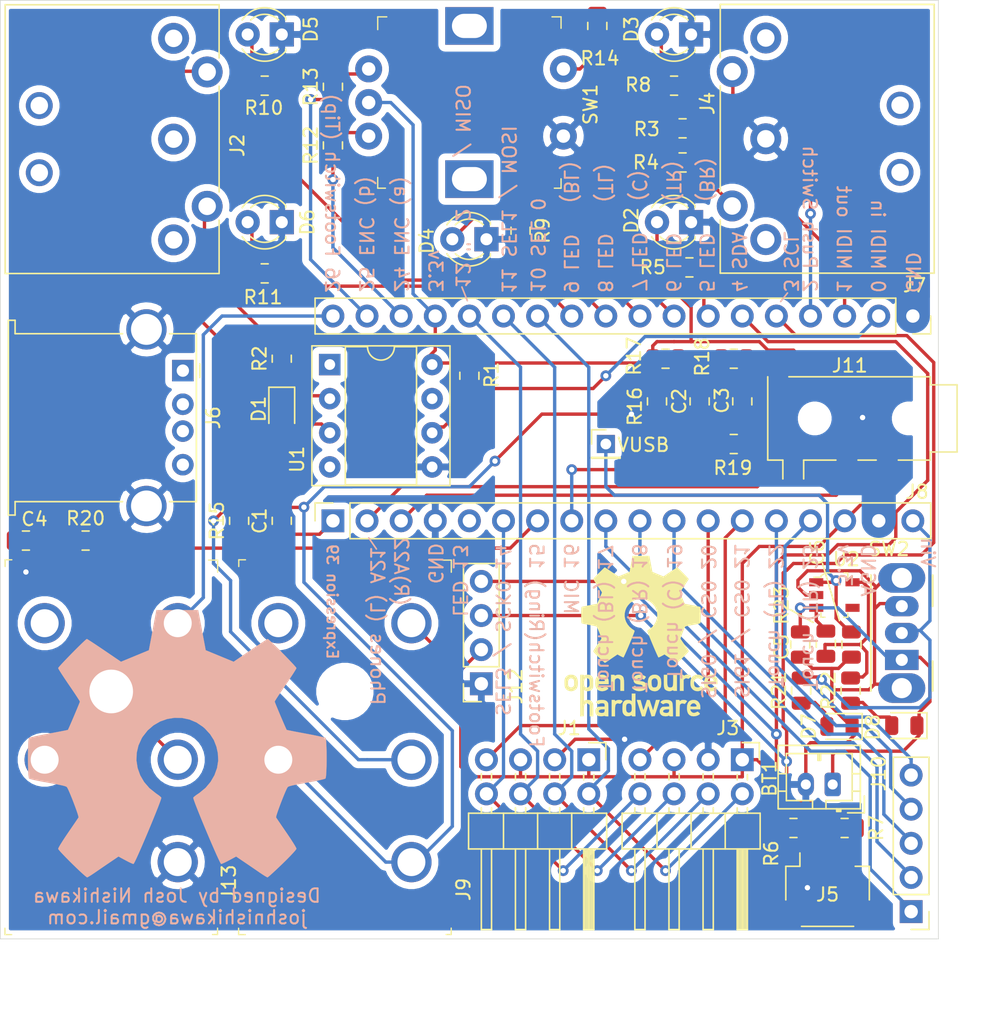
<source format=kicad_pcb>
(kicad_pcb (version 20171130) (host pcbnew "(5.1.5)-3")
  (layers (0 F.Cu signal) (31 B.Cu signal) (34 B.Paste user) (35 F.Paste user) (36 B.SilkS user) (37 F.SilkS user) (38 B.Mask user) (39 F.Mask user) (44 Edge.Cuts user))
  (net 0 "")
  (net 1 GND)
  (net 2 "Net-(C1-Pad1)")
  (net 3 "Net-(C2-Pad1)")
  (net 4 AGND)
  (net 5 "Net-(D1-Pad2)")
  (net 6 "Net-(D1-Pad1)")
  (net 7 "Net-(D2-Pad2)")
  (net 8 "Net-(D3-Pad2)")
  (net 9 "Net-(D4-Pad2)")
  (net 10 "Net-(D5-Pad2)")
  (net 11 "Net-(D6-Pad2)")
  (net 12 SIG0&CSO)
  (net 13 3.3V)
  (net 14 SIG1&CSO)
  (net 15 SCL)
  (net 16 SDA)
  (net 17 "Net-(J4-Pad4)")
  (net 18 "Net-(J4-Pad5)")
  (net 19 SEL0)
  (net 20 SEL1&MOSI0)
  (net 21 SEL2&MISO0)
  (net 22 SEL3&SCK0)
  (net 23 "Net-(C3-Pad2)")
  (net 24 "Net-(C3-Pad1)")
  (net 25 "Net-(C4-Pad1)")
  (net 26 "Net-(J2-Pad4)")
  (net 27 "Net-(J13-PadT)")
  (net 28 "Net-(J7-Pad17)")
  (net 29 "Net-(J7-Pad16)")
  (net 30 "Net-(J7-Pad11)")
  (net 31 "Net-(J7-Pad10)")
  (net 32 "Net-(J7-Pad9)")
  (net 33 "Net-(J7-Pad8)")
  (net 34 "Net-(J7-Pad7)")
  (net 35 "Net-(J7-Pad3)")
  (net 36 "Net-(J7-Pad2)")
  (net 37 "Net-(J13-PadR)")
  (net 38 "Net-(R12-Pad2)")
  (net 39 "Net-(R13-Pad2)")
  (net 40 "Net-(R14-Pad1)")
  (net 41 "Net-(J7-Pad4)")
  (net 42 "Net-(J11-PadT)")
  (net 43 "Net-(J11-PadR1)")
  (net 44 "Net-(J10-Pad1)")
  (net 45 "Net-(J10-Pad2)")
  (net 46 "Net-(J10-Pad3)")
  (net 47 "Net-(J10-Pad4)")
  (net 48 "Net-(J10-Pad5)")
  (net 49 "Net-(J9-PadR)")
  (net 50 "Net-(BT1-Pad1)")
  (net 51 VUSB)
  (net 52 "Net-(D7-Pad2)")
  (net 53 "Net-(D8-Pad2)")
  (net 54 "Net-(J8-Pad18)")
  (net 55 "Net-(R22-Pad2)")
  (module Symbols:OSHW-Symbol_22.3x20mm_SilkScreen (layer B.Cu) (at 100.203 146.812 180)
    (fp_text reference REF*** hide)
    (fp_text value OSHW-Symbol_22.3x20mm_SilkScreen hide)
  )
  (module Pin_Headers:Pin_Header_Straight_1x01_Pitch2.00mm (layer F.Cu) (at 132.08 124.46)
    (fp_text reference REF** hide)
    (fp_text value Pin_Header_Straight_1x01_Pitch2.00mm)
    (pad 1 thru_hole rect (at 0 0) (size 1.35 1.35) (drill 0.8) (layers *.Cu *.Mask) (net 51 VUSB))
  )
  (module Symbols:OSHW-Logo_11.4x12mm_SilkScreen (layer F.Cu) (at 134.6835 138.7475)
    (fp_text reference REF*** hide)
    (fp_text value OSHW-Logo_11.4x12mm_SilkScreen hide)
  )
  (module Connect:SDS-50J (layer F.Cu) (at 99.895 109.27 90)
    (fp_text reference J2 (at 7.035 4.75 90) (layer F.SilkS))
    (fp_text value "MIDI in")
    (pad 5 thru_hole circle (at 12.5 2.5 90) (size 2.3 2.3) (drill 1.3) (layers *.Cu *.Mask) (net 5 "Net-(D1-Pad2)"))
    (pad "" thru_hole circle (at 5 -10 90) (size 2 2) (drill 1.3) (layers *.Cu *.Mask))
    (pad 3 thru_hole circle (at 15 0 90) (size 2.3 2.3) (drill 1.3) (layers *.Cu *.Mask))
    (pad 2 thru_hole circle (at 7.5 0 90) (size 2.3 2.3) (drill 1.3) (layers *.Cu *.Mask))
    (pad 1 thru_hole circle (at 0 0 90) (size 2.3 2.3) (drill 1.3) (layers *.Cu *.Mask))
    (pad 4 thru_hole circle (at 2.5 2.5 90) (size 2.3 2.3) (drill 1.3) (layers *.Cu *.Mask) (net 26 "Net-(J2-Pad4)"))
    (pad "" thru_hole circle (at 10 -10 90) (size 2 2) (drill 1.3) (layers *.Cu *.Mask))
  )
  (module Connect:SDS-50J (layer F.Cu) (at 143.989371 94.244233 270)
    (fp_text reference J4 (at 4.865767 4.339371 90) (layer F.SilkS))
    (fp_text value "MIDI out")
    (pad "" thru_hole circle (at 10 -10 270) (size 2 2) (drill 1.3) (layers *.Cu *.Mask))
    (pad 4 thru_hole circle (at 2.5 2.5 270) (size 2.3 2.3) (drill 1.3) (layers *.Cu *.Mask) (net 17 "Net-(J4-Pad4)"))
    (pad 1 thru_hole circle (at 0 0 270) (size 2.3 2.3) (drill 1.3) (layers *.Cu *.Mask))
    (pad 2 thru_hole circle (at 7.5 0 270) (size 2.3 2.3) (drill 1.3) (layers *.Cu *.Mask) (net 1 GND))
    (pad 3 thru_hole circle (at 15 0 270) (size 2.3 2.3) (drill 1.3) (layers *.Cu *.Mask))
    (pad "" thru_hole circle (at 5 -10 270) (size 2 2) (drill 1.3) (layers *.Cu *.Mask))
    (pad 5 thru_hole circle (at 12.5 2.5 270) (size 2.3 2.3) (drill 1.3) (layers *.Cu *.Mask) (net 18 "Net-(J4-Pad5)"))
  )
  (module digikey-footprints:Headphone_Jack_6.35mm_RA49B14B (layer F.Cu) (at 112.649 142.875 270)
    (fp_text reference J9 (at 14.732 -8.83 90) (layer F.SilkS))
    (fp_text value "Expression Pedal")
    (pad "" np_thru_hole circle (at 0 0 270) (size 3.25 3.25) (drill 3.25) (layers *.Cu *.Mask))
    (pad RN thru_hole circle (at 5.08 4.955 270) (size 3 3) (drill 2.08) (layers *.Cu *.Mask) (net 4 AGND))
    (pad TN thru_hole circle (at -5.08 4.955 270) (size 3 3) (drill 2.08) (layers *.Cu *.Mask))
    (pad T thru_hole circle (at -5.08 -4.955 270) (size 3 3) (drill 2.08) (layers *.Cu *.Mask) (net 13 3.3V))
    (pad R thru_hole circle (at 5.08 -4.955 270) (size 3 3) (drill 2.08) (layers *.Cu *.Mask) (net 49 "Net-(J9-PadR)"))
    (pad S thru_hole circle (at 12.7 -4.955 270) (size 3 3) (drill 2.08) (layers *.Cu *.Mask) (net 4 AGND))
  )
  (module digikey-footprints:Headphone_Jack_6.35mm_RA49B14B (layer F.Cu) (at 95.25 142.875 270)
    (fp_text reference J13 (at 14.224 -8.763 90) (layer F.SilkS))
    (fp_text value "Dual Footswitch")
    (pad S thru_hole circle (at 12.7 -4.955 270) (size 3 3) (drill 2.08) (layers *.Cu *.Mask) (net 1 GND))
    (pad R thru_hole circle (at 5.08 -4.955 270) (size 3 3) (drill 2.08) (layers *.Cu *.Mask) (net 37 "Net-(J13-PadR)"))
    (pad T thru_hole circle (at -5.08 -4.955 270) (size 3 3) (drill 2.08) (layers *.Cu *.Mask) (net 27 "Net-(J13-PadT)"))
    (pad TN thru_hole circle (at -5.08 4.955 270) (size 3 3) (drill 2.08) (layers *.Cu *.Mask))
    (pad RN thru_hole circle (at 5.08 4.955 270) (size 3 3) (drill 2.08) (layers *.Cu *.Mask))
    (pad "" np_thru_hole circle (at 0 0 270) (size 3.25 3.25) (drill 3.25) (layers *.Cu *.Mask))
  )
  (module digikey-footprints:Rotary_Encoder_Switched_PEC11R (layer F.Cu) (at 121.92 93.345 270)
    (fp_text reference SW1 (at 5.842 -9.017 90) (layer F.SilkS))
    (fp_text value Encoder_Switch)
    (pad 3 thru_hole rect (at 0 0 270) (size 2.8 3.6) (drill oval 1.8 2.6) (layers *.Cu *.Mask))
    (pad 3 thru_hole rect (at 11.4 0 270) (size 2.8 3.6) (drill oval 1.8 2.6) (layers *.Cu *.Mask))
    (pad S1 thru_hole circle (at 3.2 -7 270) (size 2 2) (drill 1) (layers *.Cu *.Mask) (net 40 "Net-(R14-Pad1)"))
    (pad S2 thru_hole circle (at 8.2 -7 270) (size 2 2) (drill 1) (layers *.Cu *.Mask) (net 1 GND))
    (pad A thru_hole circle (at 3.2 7.5 270) (size 2 2) (drill 1) (layers *.Cu *.Mask) (net 39 "Net-(R13-Pad2)"))
    (pad C thru_hole circle (at 5.7 7.5 270) (size 2 2) (drill 1) (layers *.Cu *.Mask) (net 13 3.3V))
    (pad B thru_hole circle (at 8.2 7.5 270) (size 2 2) (drill 1) (layers *.Cu *.Mask) (net 38 "Net-(R12-Pad2)"))
  )
  (module Housings_DIP:DIP-8_W7.62mm_Socket (layer F.Cu) (at 111.525 118.545)
    (fp_text reference U1 (at -2.432 7.058 90) (layer F.SilkS))
    (fp_text value 6N137)
    (pad 8 thru_hole oval (at 7.62 0) (size 1.6 1.6) (drill 0.8) (layers *.Cu *.Mask) (net 13 3.3V))
    (pad 4 thru_hole oval (at 0 7.62) (size 1.6 1.6) (drill 0.8) (layers *.Cu *.Mask))
    (pad 7 thru_hole oval (at 7.62 2.54) (size 1.6 1.6) (drill 0.8) (layers *.Cu *.Mask))
    (pad 3 thru_hole oval (at 0 5.08) (size 1.6 1.6) (drill 0.8) (layers *.Cu *.Mask) (net 5 "Net-(D1-Pad2)"))
    (pad 6 thru_hole oval (at 7.62 5.08) (size 1.6 1.6) (drill 0.8) (layers *.Cu *.Mask) (net 36 "Net-(J7-Pad2)"))
    (pad 2 thru_hole oval (at 0 2.54) (size 1.6 1.6) (drill 0.8) (layers *.Cu *.Mask) (net 6 "Net-(D1-Pad1)"))
    (pad 5 thru_hole oval (at 7.62 7.62) (size 1.6 1.6) (drill 0.8) (layers *.Cu *.Mask) (net 1 GND))
    (pad 1 thru_hole rect (at 0 0) (size 1.6 1.6) (drill 0.8) (layers *.Cu *.Mask))
  )
  (module digikey-footprints:SOT-753 (layer F.Cu) (at 149.098 135.6995 270)
    (fp_text reference U2 (at -2.667 -0.889 180) (layer F.SilkS))
    (fp_text value MAX1555EZK_T)
    (pad 5 smd rect (at -0.95 -1.35 270) (size 0.6 1.05) (layers F.Cu F.Paste F.Mask) (net 55 "Net-(R22-Pad2)"))
    (pad 4 smd rect (at 0.95 -1.35 270) (size 0.6 1.05) (layers F.Cu F.Paste F.Mask))
    (pad 3 smd rect (at 0.95 1.35 270) (size 0.6 1.05) (layers F.Cu F.Paste F.Mask) (net 50 "Net-(BT1-Pad1)"))
    (pad 2 smd rect (at 0 1.35 270) (size 0.6 1.05) (layers F.Cu F.Paste F.Mask) (net 1 GND))
    (pad 1 smd rect (at -0.95 1.35 270) (size 0.6 1.05) (layers F.Cu F.Paste F.Mask) (net 51 VUSB))
  )
  (module C_SMD_3D:C_0805_2012Metric (layer F.Cu) (at 107.95 130.175 90)
    (fp_text reference C1 (at 0 -1.65 90) (layer F.SilkS))
    (fp_text value 10uF)
    (pad 2 smd roundrect (at 0.9375 0 90) (size 0.975 1.4) (layers F.Cu F.Paste F.Mask) (net 4 AGND))
    (pad 1 smd roundrect (at -0.9375 0 90) (size 0.975 1.4) (layers F.Cu F.Paste F.Mask) (net 2 "Net-(C1-Pad1)"))
  )
  (module C_SMD_3D:C_0805_2012Metric (layer F.Cu) (at 139.065 121.285 270)
    (fp_text reference C2 (at 0 1.524 90) (layer F.SilkS))
    (fp_text value 10uF)
    (pad 1 smd roundrect (at -0.9375 0 270) (size 0.975 1.4) (layers F.Cu F.Paste F.Mask) (net 3 "Net-(C2-Pad1)"))
    (pad 2 smd roundrect (at 0.9375 0 270) (size 0.975 1.4) (layers F.Cu F.Paste F.Mask) (net 4 AGND))
  )
  (module C_SMD_3D:C_0805_2012Metric (layer F.Cu) (at 142.24 121.285 270)
    (fp_text reference C3 (at -0.0635 1.524 90) (layer F.SilkS))
    (fp_text value 10uF)
    (pad 2 smd roundrect (at 0.9375 0 270) (size 0.975 1.4) (layers F.Cu F.Paste F.Mask) (net 23 "Net-(C3-Pad2)"))
    (pad 1 smd roundrect (at -0.9375 0 270) (size 0.975 1.4) (layers F.Cu F.Paste F.Mask) (net 24 "Net-(C3-Pad1)"))
  )
  (module C_SMD_3D:C_0805_2012Metric (layer F.Cu) (at 88.9 131.645 180)
    (fp_text reference C4 (at -0.635 1.597) (layer F.SilkS))
    (fp_text value 10uF)
    (pad 1 smd roundrect (at -0.9375 0 180) (size 0.975 1.4) (layers F.Cu F.Paste F.Mask) (net 25 "Net-(C4-Pad1)"))
    (pad 2 smd roundrect (at 0.9375 0 180) (size 0.975 1.4) (layers F.Cu F.Paste F.Mask) (net 1 GND))
  )
  (module C_SMD_3D:C_0805_2012Metric (layer F.Cu) (at 146.558 139.3825 270)
    (fp_text reference C5 (at 0.1905 1.397 90) (layer F.SilkS))
    (fp_text value 1uF)
    (pad 1 smd roundrect (at -0.9375 0 270) (size 0.975 1.4) (layers F.Cu F.Paste F.Mask) (net 50 "Net-(BT1-Pad1)"))
    (pad 2 smd roundrect (at 0.9375 0 270) (size 0.975 1.4) (layers F.Cu F.Paste F.Mask) (net 1 GND))
  )
  (module C_SMD_3D:C_0805_2012Metric (layer F.Cu) (at 150.368 139.3825 270)
    (fp_text reference C6 (at -6.858 2.54 90) (layer F.SilkS))
    (fp_text value 1uF)
    (pad 2 smd roundrect (at 0.9375 0 270) (size 0.975 1.4) (layers F.Cu F.Paste F.Mask) (net 1 GND))
    (pad 1 smd roundrect (at -0.9375 0 270) (size 0.975 1.4) (layers F.Cu F.Paste F.Mask) (net 51 VUSB))
  )
  (module D_SMD_3D:D_0805_2012Metric (layer F.Cu) (at 107.95 121.92 270)
    (fp_text reference D1 (at -0.0635 1.7145 90) (layer F.SilkS))
    (fp_text value D)
    (pad 1 smd roundrect (at -0.9375 0 270) (size 0.975 1.4) (layers F.Cu F.Paste F.Mask) (net 6 "Net-(D1-Pad1)"))
    (pad 2 smd roundrect (at 0.9375 0 270) (size 0.975 1.4) (layers F.Cu F.Paste F.Mask) (net 5 "Net-(D1-Pad2)"))
  )
  (module LED_THT_3D:LED_D3.0mm (layer F.Cu) (at 138.43 107.95 180)
    (fp_text reference D2 (at 4.445 0.127 90) (layer F.SilkS))
    (fp_text value LED)
    (pad 1 thru_hole rect (at 0 0 180) (size 1.8 1.8) (drill 0.9) (layers *.Cu *.Mask) (net 1 GND))
    (pad 2 thru_hole circle (at 2.54 0 180) (size 1.8 1.8) (drill 0.9) (layers *.Cu *.Mask) (net 7 "Net-(D2-Pad2)"))
  )
  (module LED_THT_3D:LED_D3.0mm (layer F.Cu) (at 138.43 93.98 180)
    (fp_text reference D3 (at 4.445 0.381 90) (layer F.SilkS))
    (fp_text value LED)
    (pad 2 thru_hole circle (at 2.54 0 180) (size 1.8 1.8) (drill 0.9) (layers *.Cu *.Mask) (net 8 "Net-(D3-Pad2)"))
    (pad 1 thru_hole rect (at 0 0 180) (size 1.8 1.8) (drill 0.9) (layers *.Cu *.Mask) (net 1 GND))
  )
  (module LED_THT_3D:LED_D3.0mm (layer F.Cu) (at 123.19 109.22 180)
    (fp_text reference D4 (at 4.445 -0.127 90) (layer F.SilkS))
    (fp_text value LED)
    (pad 1 thru_hole rect (at 0 0 180) (size 1.8 1.8) (drill 0.9) (layers *.Cu *.Mask) (net 1 GND))
    (pad 2 thru_hole circle (at 2.54 0 180) (size 1.8 1.8) (drill 0.9) (layers *.Cu *.Mask) (net 9 "Net-(D4-Pad2)"))
  )
  (module LED_THT_3D:LED_D3.0mm (layer F.Cu) (at 107.95 93.98 180)
    (fp_text reference D5 (at -2.159 0.381 90) (layer F.SilkS))
    (fp_text value LED)
    (pad 2 thru_hole circle (at 2.54 0 180) (size 1.8 1.8) (drill 0.9) (layers *.Cu *.Mask) (net 10 "Net-(D5-Pad2)"))
    (pad 1 thru_hole rect (at 0 0 180) (size 1.8 1.8) (drill 0.9) (layers *.Cu *.Mask) (net 1 GND))
  )
  (module LED_THT_3D:LED_D3.0mm (layer F.Cu) (at 107.95 107.95 180)
    (fp_text reference D6 (at -1.905 0 90) (layer F.SilkS))
    (fp_text value LED)
    (pad 1 thru_hole rect (at 0 0 180) (size 1.8 1.8) (drill 0.9) (layers *.Cu *.Mask) (net 1 GND))
    (pad 2 thru_hole circle (at 2.54 0 180) (size 1.8 1.8) (drill 0.9) (layers *.Cu *.Mask) (net 11 "Net-(D6-Pad2)"))
  )
  (module LED_SMD_3D:LED_0805_2012Metric (layer F.Cu) (at 149.479 145.4785 180)
    (fp_text reference D7 (at 2.286 0 90) (layer F.SilkS))
    (fp_text value LED)
    (pad 2 smd roundrect (at 0.9375 0 180) (size 0.975 1.4) (layers F.Cu F.Paste F.Mask) (net 52 "Net-(D7-Pad2)"))
    (pad 1 smd roundrect (at -0.9375 0 180) (size 0.975 1.4) (layers F.Cu F.Paste F.Mask) (net 1 GND))
  )
  (module LED_SMD_3D:LED_0805_2012Metric (layer F.Cu) (at 154.305 145.415 180)
    (fp_text reference D8 (at 2.3495 -0.127 90) (layer F.SilkS))
    (fp_text value LED)
    (pad 1 smd roundrect (at -0.9375 0 180) (size 0.975 1.4) (layers F.Cu F.Paste F.Mask) (net 50 "Net-(BT1-Pad1)"))
    (pad 2 smd roundrect (at 0.9375 0 180) (size 0.975 1.4) (layers F.Cu F.Paste F.Mask) (net 53 "Net-(D8-Pad2)"))
  )
  (module P_2.54_3D:PinHeader_2x04_P2.54mm_Horizontal (layer F.Cu) (at 130.81 147.955 270)
    (fp_text reference J1 (at -2.3495 1.4605 180) (layer F.SilkS))
    (fp_text value Conn_02x04_Male)
    (pad 1 thru_hole rect (at 0 0 270) (size 1.7 1.7) (drill 1) (layers *.Cu *.Mask) (net 13 3.3V))
    (pad 2 thru_hole oval (at 2.54 0 270) (size 1.7 1.7) (drill 1) (layers *.Cu *.Mask) (net 19 SEL0))
    (pad 3 thru_hole oval (at 0 2.54 270) (size 1.7 1.7) (drill 1) (layers *.Cu *.Mask) (net 1 GND))
    (pad 4 thru_hole oval (at 2.54 2.54 270) (size 1.7 1.7) (drill 1) (layers *.Cu *.Mask) (net 20 SEL1&MOSI0))
    (pad 5 thru_hole oval (at 0 5.08 270) (size 1.7 1.7) (drill 1) (layers *.Cu *.Mask) (net 13 3.3V))
    (pad 6 thru_hole oval (at 2.54 5.08 270) (size 1.7 1.7) (drill 1) (layers *.Cu *.Mask) (net 21 SEL2&MISO0))
    (pad 7 thru_hole oval (at 0 7.62 270) (size 1.7 1.7) (drill 1) (layers *.Cu *.Mask) (net 12 SIG0&CSO))
    (pad 8 thru_hole oval (at 2.54 7.62 270) (size 1.7 1.7) (drill 1) (layers *.Cu *.Mask) (net 22 SEL3&SCK0))
  )
  (module P_2.54_3D:PinHeader_2x04_P2.54mm_Horizontal (layer F.Cu) (at 142.24 147.955 270)
    (fp_text reference J3 (at -2.3495 1.0795 180) (layer F.SilkS))
    (fp_text value Conn_02x04_Male)
    (pad 8 thru_hole oval (at 2.54 7.62 270) (size 1.7 1.7) (drill 1) (layers *.Cu *.Mask) (net 22 SEL3&SCK0))
    (pad 7 thru_hole oval (at 0 7.62 270) (size 1.7 1.7) (drill 1) (layers *.Cu *.Mask) (net 14 SIG1&CSO))
    (pad 6 thru_hole oval (at 2.54 5.08 270) (size 1.7 1.7) (drill 1) (layers *.Cu *.Mask) (net 21 SEL2&MISO0))
    (pad 5 thru_hole oval (at 0 5.08 270) (size 1.7 1.7) (drill 1) (layers *.Cu *.Mask) (net 13 3.3V))
    (pad 4 thru_hole oval (at 2.54 2.54 270) (size 1.7 1.7) (drill 1) (layers *.Cu *.Mask) (net 20 SEL1&MOSI0))
    (pad 3 thru_hole oval (at 0 2.54 270) (size 1.7 1.7) (drill 1) (layers *.Cu *.Mask) (net 1 GND))
    (pad 2 thru_hole oval (at 2.54 0 270) (size 1.7 1.7) (drill 1) (layers *.Cu *.Mask) (net 19 SEL0))
    (pad 1 thru_hole rect (at 0 0 270) (size 1.7 1.7) (drill 1) (layers *.Cu *.Mask) (net 13 3.3V))
  )
  (module USB_3D:USB_A_Stewart_SS-52100-001_Horizontal (layer F.Cu) (at 100.584 118.999 270)
    (fp_text reference J6 (at 3.5 -2.26 90) (layer F.SilkS))
    (fp_text value USB_A)
    (pad 5 thru_hole circle (at 10.07 2.71 270) (size 3 3) (drill 2.3) (layers *.Cu *.Mask) (net 1 GND))
    (pad 5 thru_hole circle (at -3.07 2.71 270) (size 3 3) (drill 2.3) (layers *.Cu *.Mask) (net 1 GND))
    (pad 1 thru_hole rect (at 0 0 270) (size 1.6 1.6) (drill 0.92) (layers *.Cu *.Mask))
    (pad 2 thru_hole circle (at 2.5 0 270) (size 1.6 1.6) (drill 0.92) (layers *.Cu *.Mask))
    (pad 3 thru_hole circle (at 4.5 0 270) (size 1.6 1.6) (drill 0.92) (layers *.Cu *.Mask))
    (pad 4 thru_hole circle (at 7 0 270) (size 1.6 1.6) (drill 0.92) (layers *.Cu *.Mask))
  )
  (module S_2.54_3D:PinSocket_1x18_P2.54mm_Vertical (layer F.Cu) (at 154.94 114.935 270)
    (fp_text reference J7 (at -2.286 -0.127 180) (layer F.SilkS))
    (fp_text value Conn_01x18_Female)
    (pad 1 thru_hole rect (at 0 0 270) (size 1.7 1.7) (drill 1) (layers *.Cu *.Mask) (net 1 GND))
    (pad 2 thru_hole oval (at 0 2.54 270) (size 1.7 1.7) (drill 1) (layers *.Cu *.Mask) (net 36 "Net-(J7-Pad2)"))
    (pad 3 thru_hole oval (at 0 5.08 270) (size 1.7 1.7) (drill 1) (layers *.Cu *.Mask) (net 35 "Net-(J7-Pad3)"))
    (pad 4 thru_hole oval (at 0 7.62 270) (size 1.7 1.7) (drill 1) (layers *.Cu *.Mask) (net 41 "Net-(J7-Pad4)"))
    (pad 5 thru_hole oval (at 0 10.16 270) (size 1.7 1.7) (drill 1) (layers *.Cu *.Mask) (net 15 SCL))
    (pad 6 thru_hole oval (at 0 12.7 270) (size 1.7 1.7) (drill 1) (layers *.Cu *.Mask) (net 16 SDA))
    (pad 7 thru_hole oval (at 0 15.24 270) (size 1.7 1.7) (drill 1) (layers *.Cu *.Mask) (net 34 "Net-(J7-Pad7)"))
    (pad 8 thru_hole oval (at 0 17.78 270) (size 1.7 1.7) (drill 1) (layers *.Cu *.Mask) (net 33 "Net-(J7-Pad8)"))
    (pad 9 thru_hole oval (at 0 20.32 270) (size 1.7 1.7) (drill 1) (layers *.Cu *.Mask) (net 32 "Net-(J7-Pad9)"))
    (pad 10 thru_hole oval (at 0 22.86 270) (size 1.7 1.7) (drill 1) (layers *.Cu *.Mask) (net 31 "Net-(J7-Pad10)"))
    (pad 11 thru_hole oval (at 0 25.4 270) (size 1.7 1.7) (drill 1) (layers *.Cu *.Mask) (net 30 "Net-(J7-Pad11)"))
    (pad 12 thru_hole oval (at 0 27.94 270) (size 1.7 1.7) (drill 1) (layers *.Cu *.Mask) (net 19 SEL0))
    (pad 13 thru_hole oval (at 0 30.48 270) (size 1.7 1.7) (drill 1) (layers *.Cu *.Mask) (net 20 SEL1&MOSI0))
    (pad 14 thru_hole oval (at 0 33.02 270) (size 1.7 1.7) (drill 1) (layers *.Cu *.Mask) (net 21 SEL2&MISO0))
    (pad 15 thru_hole oval (at 0 35.56 270) (size 1.7 1.7) (drill 1) (layers *.Cu *.Mask) (net 13 3.3V))
    (pad 16 thru_hole oval (at 0 38.1 270) (size 1.7 1.7) (drill 1) (layers *.Cu *.Mask) (net 29 "Net-(J7-Pad16)"))
    (pad 17 thru_hole oval (at 0 40.64 270) (size 1.7 1.7) (drill 1) (layers *.Cu *.Mask) (net 28 "Net-(J7-Pad17)"))
    (pad 18 thru_hole oval (at 0 43.18 270) (size 1.7 1.7) (drill 1) (layers *.Cu *.Mask) (net 27 "Net-(J13-PadT)"))
  )
  (module S_2.54_3D:PinSocket_1x18_P2.54mm_Vertical (layer F.Cu) (at 111.76 130.175 90)
    (fp_text reference J8 (at 2.159 43.4975 180) (layer F.SilkS))
    (fp_text value Conn_01x18_Female)
    (pad 18 thru_hole oval (at 0 43.18 90) (size 1.7 1.7) (drill 1) (layers *.Cu *.Mask) (net 54 "Net-(J8-Pad18)"))
    (pad 17 thru_hole oval (at 0 40.64 90) (size 1.7 1.7) (drill 1) (layers *.Cu *.Mask) (net 4 AGND))
    (pad 16 thru_hole oval (at 0 38.1 90) (size 1.7 1.7) (drill 1) (layers *.Cu *.Mask) (net 13 3.3V))
    (pad 15 thru_hole oval (at 0 35.56 90) (size 1.7 1.7) (drill 1) (layers *.Cu *.Mask) (net 48 "Net-(J10-Pad5)"))
    (pad 14 thru_hole oval (at 0 33.02 90) (size 1.7 1.7) (drill 1) (layers *.Cu *.Mask) (net 47 "Net-(J10-Pad4)"))
    (pad 13 thru_hole oval (at 0 30.48 90) (size 1.7 1.7) (drill 1) (layers *.Cu *.Mask) (net 14 SIG1&CSO))
    (pad 12 thru_hole oval (at 0 27.94 90) (size 1.7 1.7) (drill 1) (layers *.Cu *.Mask) (net 12 SIG0&CSO))
    (pad 11 thru_hole oval (at 0 25.4 90) (size 1.7 1.7) (drill 1) (layers *.Cu *.Mask) (net 46 "Net-(J10-Pad3)"))
    (pad 10 thru_hole oval (at 0 22.86 90) (size 1.7 1.7) (drill 1) (layers *.Cu *.Mask) (net 45 "Net-(J10-Pad2)"))
    (pad 9 thru_hole oval (at 0 20.32 90) (size 1.7 1.7) (drill 1) (layers *.Cu *.Mask) (net 44 "Net-(J10-Pad1)"))
    (pad 8 thru_hole oval (at 0 17.78 90) (size 1.7 1.7) (drill 1) (layers *.Cu *.Mask) (net 23 "Net-(C3-Pad2)"))
    (pad 7 thru_hole oval (at 0 15.24 90) (size 1.7 1.7) (drill 1) (layers *.Cu *.Mask) (net 25 "Net-(C4-Pad1)"))
    (pad 6 thru_hole oval (at 0 12.7 90) (size 1.7 1.7) (drill 1) (layers *.Cu *.Mask) (net 22 SEL3&SCK0))
    (pad 5 thru_hole oval (at 0 10.16 90) (size 1.7 1.7) (drill 1) (layers *.Cu *.Mask))
    (pad 4 thru_hole oval (at 0 7.62 90) (size 1.7 1.7) (drill 1) (layers *.Cu *.Mask) (net 1 GND))
    (pad 3 thru_hole oval (at 0 5.08 90) (size 1.7 1.7) (drill 1) (layers *.Cu *.Mask) (net 43 "Net-(J11-PadR1)"))
    (pad 2 thru_hole oval (at 0 2.54 90) (size 1.7 1.7) (drill 1) (layers *.Cu *.Mask) (net 42 "Net-(J11-PadT)"))
    (pad 1 thru_hole rect (at 0 0 90) (size 1.7 1.7) (drill 1) (layers *.Cu *.Mask) (net 2 "Net-(C1-Pad1)"))
  )
  (module P_2.54_3D:PinHeader_1x05_P2.54mm_Vertical (layer F.Cu) (at 154.813 159.258 180)
    (fp_text reference J10 (at 2.413 10.287 90) (layer F.SilkS))
    (fp_text value Conn_01x05_Male)
    (pad 1 thru_hole rect (at 0 0 180) (size 1.7 1.7) (drill 1) (layers *.Cu *.Mask) (net 44 "Net-(J10-Pad1)"))
    (pad 2 thru_hole oval (at 0 2.54 180) (size 1.7 1.7) (drill 1) (layers *.Cu *.Mask) (net 45 "Net-(J10-Pad2)"))
    (pad 3 thru_hole oval (at 0 5.08 180) (size 1.7 1.7) (drill 1) (layers *.Cu *.Mask) (net 46 "Net-(J10-Pad3)"))
    (pad 4 thru_hole oval (at 0 7.62 180) (size 1.7 1.7) (drill 1) (layers *.Cu *.Mask) (net 47 "Net-(J10-Pad4)"))
    (pad 5 thru_hole oval (at 0 10.16 180) (size 1.7 1.7) (drill 1) (layers *.Cu *.Mask) (net 48 "Net-(J10-Pad5)"))
  )
  (module Conn_Aud_3D:Jack_3.5mm_PJ320D_Horizontal (layer F.Cu) (at 149.86 122.555 180)
    (fp_text reference J11 (at -0.381 3.937) (layer F.SilkS))
    (fp_text value AudioJack4)
    (pad S smd rect (at 4.925 3.25 180) (size 1.2 2.5) (layers F.Cu F.Paste F.Mask) (net 24 "Net-(C3-Pad1)"))
    (pad T smd rect (at 3.825 -3.25 180) (size 1.2 2.5) (layers F.Cu F.Paste F.Mask) (net 42 "Net-(J11-PadT)"))
    (pad R1 smd rect (at -0.175 -3.25 180) (size 1.2 2.5) (layers F.Cu F.Paste F.Mask) (net 43 "Net-(J11-PadR1)"))
    (pad R2 smd rect (at -3.175 -3.25 180) (size 1.2 2.5) (layers F.Cu F.Paste F.Mask) (net 4 AGND))
    (pad "" np_thru_hole circle (at -4.775 0 180) (size 1.5 1.5) (drill 1.5) (layers *.Cu *.Mask))
    (pad "" np_thru_hole circle (at 2.225 0 180) (size 1.5 1.5) (drill 1.5) (layers *.Cu *.Mask))
  )
  (module S_2.54_3D:PinSocket_1x04_P2.54mm_Vertical (layer F.Cu) (at 122.809 142.3035 180)
    (fp_text reference J12 (at -2.54 -0.1905 90) (layer F.SilkS))
    (fp_text value Conn_01x04_Female)
    (pad 1 thru_hole rect (at 0 0 180) (size 1.7 1.7) (drill 1) (layers *.Cu *.Mask) (net 1 GND))
    (pad 2 thru_hole oval (at 0 2.54 180) (size 1.7 1.7) (drill 1) (layers *.Cu *.Mask) (net 13 3.3V))
    (pad 3 thru_hole oval (at 0 5.08 180) (size 1.7 1.7) (drill 1) (layers *.Cu *.Mask) (net 15 SCL))
    (pad 4 thru_hole oval (at 0 7.62 180) (size 1.7 1.7) (drill 1) (layers *.Cu *.Mask) (net 16 SDA))
  )
  (module R_SMD_3D:R_0805_2012Metric (layer F.Cu) (at 121.92 119.38 90)
    (fp_text reference R1 (at 0.0635 1.651 90) (layer F.SilkS))
    (fp_text value 270)
    (pad 1 smd roundrect (at -0.9375 0 90) (size 0.975 1.4) (layers F.Cu F.Paste F.Mask) (net 36 "Net-(J7-Pad2)"))
    (pad 2 smd roundrect (at 0.9375 0 90) (size 0.975 1.4) (layers F.Cu F.Paste F.Mask) (net 13 3.3V))
  )
  (module R_SMD_3D:R_0805_2012Metric (layer F.Cu) (at 107.95 118.11 270)
    (fp_text reference R2 (at 0 1.651 90) (layer F.SilkS))
    (fp_text value 220)
    (pad 1 smd roundrect (at -0.9375 0 270) (size 0.975 1.4) (layers F.Cu F.Paste F.Mask) (net 26 "Net-(J2-Pad4)"))
    (pad 2 smd roundrect (at 0.9375 0 270) (size 0.975 1.4) (layers F.Cu F.Paste F.Mask) (net 6 "Net-(D1-Pad1)"))
  )
  (module R_SMD_3D:R_0805_2012Metric (layer F.Cu) (at 137.795 100.965)
    (fp_text reference R3 (at -2.667 0.0635) (layer F.SilkS))
    (fp_text value 220)
    (pad 2 smd roundrect (at 0.9375 0) (size 0.975 1.4) (layers F.Cu F.Paste F.Mask) (net 17 "Net-(J4-Pad4)"))
    (pad 1 smd roundrect (at -0.9375 0) (size 0.975 1.4) (layers F.Cu F.Paste F.Mask) (net 13 3.3V))
  )
  (module R_SMD_3D:R_0805_2012Metric (layer F.Cu) (at 137.795 103.505 180)
    (fp_text reference R4 (at 2.7305 0) (layer F.SilkS))
    (fp_text value 220)
    (pad 1 smd roundrect (at -0.9375 0 180) (size 0.975 1.4) (layers F.Cu F.Paste F.Mask) (net 35 "Net-(J7-Pad3)"))
    (pad 2 smd roundrect (at 0.9375 0 180) (size 0.975 1.4) (layers F.Cu F.Paste F.Mask) (net 18 "Net-(J4-Pad5)"))
  )
  (module R_SMD_3D:R_0805_2012Metric (layer F.Cu) (at 138.303 111.3155)
    (fp_text reference R5 (at -2.7305 -0.0095) (layer F.SilkS))
    (fp_text value 330)
    (pad 2 smd roundrect (at 0.9375 0) (size 0.975 1.4) (layers F.Cu F.Paste F.Mask) (net 34 "Net-(J7-Pad7)"))
    (pad 1 smd roundrect (at -0.9375 0) (size 0.975 1.4) (layers F.Cu F.Paste F.Mask) (net 7 "Net-(D2-Pad2)"))
  )
  (module R_SMD_3D:R_0805_2012Metric (layer F.Cu) (at 146.05 153.035 180)
    (fp_text reference R6 (at 1.651 -1.905 90) (layer F.SilkS))
    (fp_text value 4.7k)
    (pad 2 smd roundrect (at 0.9375 0 180) (size 0.975 1.4) (layers F.Cu F.Paste F.Mask) (net 13 3.3V))
    (pad 1 smd roundrect (at -0.9375 0 180) (size 0.975 1.4) (layers F.Cu F.Paste F.Mask) (net 16 SDA))
  )
  (module R_SMD_3D:R_0805_2012Metric (layer F.Cu) (at 149.86 153.035 180)
    (fp_text reference R7 (at -2.3495 0 90) (layer F.SilkS))
    (fp_text value 4.7k)
    (pad 1 smd roundrect (at -0.9375 0 180) (size 0.975 1.4) (layers F.Cu F.Paste F.Mask) (net 13 3.3V))
    (pad 2 smd roundrect (at 0.9375 0 180) (size 0.975 1.4) (layers F.Cu F.Paste F.Mask) (net 15 SCL))
  )
  (module R_SMD_3D:R_0805_2012Metric (layer F.Cu) (at 137.16 97.79)
    (fp_text reference R8 (at -2.667 -0.0635) (layer F.SilkS))
    (fp_text value 330)
    (pad 2 smd roundrect (at 0.9375 0) (size 0.975 1.4) (layers F.Cu F.Paste F.Mask) (net 33 "Net-(J7-Pad8)"))
    (pad 1 smd roundrect (at -0.9375 0) (size 0.975 1.4) (layers F.Cu F.Paste F.Mask) (net 8 "Net-(D3-Pad2)"))
  )
  (module R_SMD_3D:R_0805_2012Metric (layer F.Cu) (at 125.73 108.585 270)
    (fp_text reference R9 (at 0 -1.65 90) (layer F.SilkS))
    (fp_text value 330)
    (pad 1 smd roundrect (at -0.9375 0 270) (size 0.975 1.4) (layers F.Cu F.Paste F.Mask) (net 9 "Net-(D4-Pad2)"))
    (pad 2 smd roundrect (at 0.9375 0 270) (size 0.975 1.4) (layers F.Cu F.Paste F.Mask) (net 32 "Net-(J7-Pad9)"))
  )
  (module R_SMD_3D:R_0805_2012Metric (layer F.Cu) (at 106.68 97.79)
    (fp_text reference R10 (at -0.0635 1.651) (layer F.SilkS))
    (fp_text value 330)
    (pad 2 smd roundrect (at 0.9375 0) (size 0.975 1.4) (layers F.Cu F.Paste F.Mask) (net 31 "Net-(J7-Pad10)"))
    (pad 1 smd roundrect (at -0.9375 0) (size 0.975 1.4) (layers F.Cu F.Paste F.Mask) (net 10 "Net-(D5-Pad2)"))
  )
  (module R_SMD_3D:R_0805_2012Metric (layer F.Cu) (at 106.68 111.76)
    (fp_text reference R11 (at -0.127 1.778) (layer F.SilkS))
    (fp_text value 330)
    (pad 1 smd roundrect (at -0.9375 0) (size 0.975 1.4) (layers F.Cu F.Paste F.Mask) (net 11 "Net-(D6-Pad2)"))
    (pad 2 smd roundrect (at 0.9375 0) (size 0.975 1.4) (layers F.Cu F.Paste F.Mask) (net 30 "Net-(J7-Pad11)"))
  )
  (module R_SMD_3D:R_0805_2012Metric (layer F.Cu) (at 111.76 102.235 90)
    (fp_text reference R12 (at 0 -1.65 90) (layer F.SilkS))
    (fp_text value 10k)
    (pad 1 smd roundrect (at -0.9375 0 90) (size 0.975 1.4) (layers F.Cu F.Paste F.Mask) (net 29 "Net-(J7-Pad16)"))
    (pad 2 smd roundrect (at 0.9375 0 90) (size 0.975 1.4) (layers F.Cu F.Paste F.Mask) (net 38 "Net-(R12-Pad2)"))
  )
  (module R_SMD_3D:R_0805_2012Metric (layer F.Cu) (at 111.76 97.87 90)
    (fp_text reference R13 (at 0 -1.65 90) (layer F.SilkS))
    (fp_text value 10k)
    (pad 2 smd roundrect (at 0.9375 0 90) (size 0.975 1.4) (layers F.Cu F.Paste F.Mask) (net 39 "Net-(R13-Pad2)"))
    (pad 1 smd roundrect (at -0.9375 0 90) (size 0.975 1.4) (layers F.Cu F.Paste F.Mask) (net 28 "Net-(J7-Pad17)"))
  )
  (module R_SMD_3D:R_0805_2012Metric (layer F.Cu) (at 131.445 93.345 90)
    (fp_text reference R14 (at -2.413 0.1905 180) (layer F.SilkS))
    (fp_text value 10k)
    (pad 1 smd roundrect (at -0.9375 0 90) (size 0.975 1.4) (layers F.Cu F.Paste F.Mask) (net 40 "Net-(R14-Pad1)"))
    (pad 2 smd roundrect (at 0.9375 0 90) (size 0.975 1.4) (layers F.Cu F.Paste F.Mask) (net 41 "Net-(J7-Pad4)"))
  )
  (module R_SMD_3D:R_0805_2012Metric (layer F.Cu) (at 104.775 130.175 90)
    (fp_text reference R15 (at 0 -1.65 90) (layer F.SilkS))
    (fp_text value 47k)
    (pad 2 smd roundrect (at 0.9375 0 90) (size 0.975 1.4) (layers F.Cu F.Paste F.Mask) (net 49 "Net-(J9-PadR)"))
    (pad 1 smd roundrect (at -0.9375 0 90) (size 0.975 1.4) (layers F.Cu F.Paste F.Mask) (net 2 "Net-(C1-Pad1)"))
  )
  (module R_SMD_3D:R_0805_2012Metric (layer F.Cu) (at 135.89 121.285 90)
    (fp_text reference R16 (at -0.381 -1.651 90) (layer F.SilkS))
    (fp_text value 2.2k)
    (pad 2 smd roundrect (at 0.9375 0 90) (size 0.975 1.4) (layers F.Cu F.Paste F.Mask) (net 3 "Net-(C2-Pad1)"))
    (pad 1 smd roundrect (at -0.9375 0 90) (size 0.975 1.4) (layers F.Cu F.Paste F.Mask) (net 4 AGND))
  )
  (module R_SMD_3D:R_0805_2012Metric (layer F.Cu) (at 136.525 118.11)
    (fp_text reference R17 (at -2.3495 -0.1905 90) (layer F.SilkS))
    (fp_text value 10k)
    (pad 2 smd roundrect (at 0.9375 0) (size 0.975 1.4) (layers F.Cu F.Paste F.Mask) (net 3 "Net-(C2-Pad1)"))
    (pad 1 smd roundrect (at -0.9375 0) (size 0.975 1.4) (layers F.Cu F.Paste F.Mask) (net 13 3.3V))
  )
  (module R_SMD_3D:R_0805_2012Metric (layer F.Cu) (at 141.605 118.11)
    (fp_text reference R18 (at -2.3495 -0.127 90) (layer F.SilkS))
    (fp_text value 47k)
    (pad 1 smd roundrect (at -0.9375 0) (size 0.975 1.4) (layers F.Cu F.Paste F.Mask) (net 3 "Net-(C2-Pad1)"))
    (pad 2 smd roundrect (at 0.9375 0) (size 0.975 1.4) (layers F.Cu F.Paste F.Mask) (net 24 "Net-(C3-Pad1)"))
  )
  (module R_SMD_3D:R_0805_2012Metric (layer F.Cu) (at 141.605 124.46)
    (fp_text reference R19 (at -0.0635 1.778) (layer F.SilkS))
    (fp_text value 47k)
    (pad 1 smd roundrect (at -0.9375 0) (size 0.975 1.4) (layers F.Cu F.Paste F.Mask) (net 4 AGND))
    (pad 2 smd roundrect (at 0.9375 0) (size 0.975 1.4) (layers F.Cu F.Paste F.Mask) (net 23 "Net-(C3-Pad2)"))
  )
  (module R_SMD_3D:R_0805_2012Metric (layer F.Cu) (at 93.345 131.645)
    (fp_text reference R20 (at 0 -1.65) (layer F.SilkS))
    (fp_text value 47k)
    (pad 2 smd roundrect (at 0.9375 0) (size 0.975 1.4) (layers F.Cu F.Paste F.Mask) (net 37 "Net-(J13-PadR)"))
    (pad 1 smd roundrect (at -0.9375 0) (size 0.975 1.4) (layers F.Cu F.Paste F.Mask) (net 25 "Net-(C4-Pad1)"))
  )
  (module R_SMD_3D:R_0805_2012Metric (layer F.Cu) (at 146.6215 142.8115 90)
    (fp_text reference R21 (at 0 -1.65 90) (layer F.SilkS))
    (fp_text value 330)
    (pad 1 smd roundrect (at -0.9375 0 90) (size 0.975 1.4) (layers F.Cu F.Paste F.Mask) (net 52 "Net-(D7-Pad2)"))
    (pad 2 smd roundrect (at 0.9375 0 90) (size 0.975 1.4) (layers F.Cu F.Paste F.Mask) (net 54 "Net-(J8-Pad18)"))
  )
  (module R_SMD_3D:R_0805_2012Metric (layer F.Cu) (at 150.3045 142.8115 90)
    (fp_text reference R22 (at 0 -1.65 90) (layer F.SilkS))
    (fp_text value 330)
    (pad 2 smd roundrect (at 0.9375 0 90) (size 0.975 1.4) (layers F.Cu F.Paste F.Mask) (net 55 "Net-(R22-Pad2)"))
    (pad 1 smd roundrect (at -0.9375 0 90) (size 0.975 1.4) (layers F.Cu F.Paste F.Mask) (net 53 "Net-(D8-Pad2)"))
  )
  (module R_SMD_3D:R_0805_2012Metric (layer F.Cu) (at 148.463 139.319 90)
    (fp_text reference R23 (at 2.8575 -3.302 90) (layer F.SilkS))
    (fp_text value 100k)
    (pad 1 smd roundrect (at -0.9375 0 90) (size 0.975 1.4) (layers F.Cu F.Paste F.Mask) (net 55 "Net-(R22-Pad2)"))
    (pad 2 smd roundrect (at 0.9375 0 90) (size 0.975 1.4) (layers F.Cu F.Paste F.Mask) (net 50 "Net-(BT1-Pad1)"))
  )
  (module Conn_JST_3D:JST_PH_B2B-PH-K_1x02_P2.00mm_Vertical (layer F.Cu) (at 148.971 149.7965 180)
    (fp_text reference BT1 (at 4.699 0.4445 90) (layer F.SilkS))
    (fp_text value Battery_Cell)
    (pad 1 thru_hole roundrect (at 0 0 180) (size 1.2 1.75) (drill 0.75) (layers *.Cu *.Mask) (roundrect_rratio 0.208333) (net 50 "Net-(BT1-Pad1)"))
    (pad 2 thru_hole oval (at 2 0 180) (size 1.2 1.75) (drill 0.75) (layers *.Cu *.Mask) (net 1 GND))
  )
  (module Conn_JST_3D:JST_SH_SM04B-SRSS-TB_1x04-1MP_P1.00mm_Horizontal (layer F.Cu) (at 148.59 157.6705)
    (fp_text reference J5 (at 0 0.3175) (layer F.SilkS))
    (fp_text value "JST 1mm (I2C)")
    (pad 1 smd roundrect (at -1.5 -2) (size 0.6 1.55) (layers F.Cu F.Paste F.Mask) (net 1 GND))
    (pad 2 smd roundrect (at -0.5 -2) (size 0.6 1.55) (layers F.Cu F.Paste F.Mask) (net 13 3.3V))
    (pad 3 smd roundrect (at 0.5 -2) (size 0.6 1.55) (layers F.Cu F.Paste F.Mask) (net 16 SDA))
    (pad 4 smd roundrect (at 1.5 -2) (size 0.6 1.55) (layers F.Cu F.Paste F.Mask) (net 15 SCL))
    (pad MP smd roundrect (at -2.8 1.875) (size 1.2 1.8) (layers F.Cu F.Paste F.Mask) (roundrect_rratio 0.208333))
    (pad MP smd roundrect (at 2.8 1.875) (size 1.2 1.8) (layers F.Cu F.Paste F.Mask) (roundrect_rratio 0.208333))
  )
  (module Sw_THT_3D:SW_CuK_OS102011MA1QN1_SPDT_Angled (layer F.Cu) (at 154.1145 140.5255 90)
    (fp_text reference SW2 (at 8.255 -0.9525 180) (layer F.SilkS))
    (fp_text value SW_SPDT)
    (pad 1 thru_hole rect (at 0 0 90) (size 1.5 2.5) (drill 0.9) (layers *.Cu *.Mask) (net 50 "Net-(BT1-Pad1)"))
    (pad 2 thru_hole oval (at 2 0 90) (size 1.5 2.5) (drill 0.9) (layers *.Cu *.Mask) (net 54 "Net-(J8-Pad18)"))
    (pad 3 thru_hole oval (at 4 0 90) (size 1.5 2.5) (drill 0.9) (layers *.Cu *.Mask) (net 1 GND))
    (pad "" thru_hole oval (at -2.1 0 90) (size 2.2 3.5) (drill 1.5) (layers *.Cu *.Mask) (net 1 GND))
    (pad "" thru_hole oval (at 6.1 0 90) (size 2.2 3.5) (drill 1.5) (layers *.Cu *.Mask) (net 1 GND))
  )
  (gr_text VUSB (at 134.874 124.5235) (layer F.SilkS) (effects (font (size 1 1))))
  (gr_text "Designed by Josh Nishikawa\njoshnishikawa@gmail.com" (at 100.1395 158.877) (layer B.SilkS) (effects (font (size 1 1)) (justify mirror)))
  (gr_text AGND (at 151.5872 133.858 270) (layer B.SilkS) (effects (font (size 1 1)) (justify mirror)))
  (gr_line (start 121.3612 112.776) (end 121.7676 113.792) (layer B.SilkS) (width 0.12))
  (gr_line (start 145.6055 113.2205) (end 145.0975 113.8555) (layer B.SilkS) (width 0.12))
  (gr_line (start 114.427 131.445) (end 114.9985 132.2705) (layer B.SilkS) (width 0.12))
  (gr_text "(R)A22" (at 116.84 133.9596 270) (layer B.SilkS) (effects (font (size 1 1)) (justify mirror)))
  (gr_text "Phones (L) A21" (at 115.062 137.9855 270) (layer B.SilkS) (effects (font (size 1 1)) (justify mirror)))
  (gr_text "Expression 39\n" (at 111.7092 136.1948 270) (layer B.SilkS) (effects (font (size 0.8 0.8)) (justify mirror)))
  (gr_text GND (at 119.38 133.35 270) (layer B.SilkS) (effects (font (size 1 1)) (justify mirror)))
  (gr_text "LED 13" (at 121.2088 134.62 270) (layer B.SilkS) (effects (font (size 1 1)) (justify mirror)))
  (gr_text "SEL3 / SCK0 14" (at 124.3965 138.303 270) (layer B.SilkS) (effects (font (size 1 1)) (justify mirror)))
  (gr_text "Footswitch(Ring) 15" (at 126.8984 139.446 270) (layer B.SilkS) (effects (font (size 1 1)) (justify mirror)))
  (gr_text "MIC 16" (at 129.4765 134.493 270) (layer B.SilkS) (effects (font (size 1 1)) (justify mirror)))
  (gr_text "Touch (BL) 17" (at 132.0165 137.414 270) (layer B.SilkS) (effects (font (size 1 1)) (justify mirror)))
  (gr_text "Touch (BR) 18\n" (at 134.5565 137.414 270) (layer B.SilkS) (effects (font (size 1 1)) (justify mirror)))
  (gr_text "SIG0 / CS0 20" (at 139.7 137.668 270) (layer B.SilkS) (effects (font (size 1 1)) (justify mirror)))
  (gr_text "SIG1 / CS0 21" (at 142.1765 137.6045 270) (layer B.SilkS) (effects (font (size 1 1)) (justify mirror)))
  (gr_text "Touch (TL) 22" (at 144.7165 137.2235 270) (layer B.SilkS) (effects (font (size 1 1)) (justify mirror)))
  (gr_text "Touch (C) 19" (at 137.16 136.906 270) (layer B.SilkS) (effects (font (size 1 1)) (justify mirror)))
  (gr_text "Touch (TR) 23" (at 147.2565 137.3505 270) (layer B.SilkS) (effects (font (size 1 1)) (justify mirror)))
  (gr_text 3.3v (at 149.86 133.477 270) (layer B.SilkS) (effects (font (size 1 1)) (justify mirror)))
  (gr_text Vin (at 156.0576 132.5372 270) (layer B.SilkS) (effects (font (size 1 1)) (justify mirror)))
  (gr_text GND (at 154.94 111.6965 270) (layer B.SilkS) (effects (font (size 1 1)) (justify mirror)))
  (gr_text "26 Footswitch (Tip)" (at 111.6965 105.791 270) (layer B.SilkS) (effects (font (size 1 1)) (justify mirror)))
  (gr_text "25 ENC (b)" (at 114.2365 108.839 270) (layer B.SilkS) (effects (font (size 1 1)) (justify mirror)))
  (gr_text "24 ENC (a)" (at 116.84 108.839 270) (layer B.SilkS) (effects (font (size 1 1)) (justify mirror)))
  (gr_text 3.3v (at 119.38 111.5695 270) (layer B.SilkS) (effects (font (size 1 1)) (justify mirror)))
  (gr_text "12 \"  2     / MISO" (at 121.412 105.2576 270) (layer B.SilkS) (effects (font (size 1 1)) (justify mirror)))
  (gr_text "11 SEL1 / MOSI" (at 124.841 106.9975 270) (layer B.SilkS) (effects (font (size 1 1)) (justify mirror)))
  (gr_text "10 SEL 0" (at 127 109.6645 270) (layer B.SilkS) (effects (font (size 1 1)) (justify mirror)))
  (gr_text "9 LED   (BL)" (at 129.4765 108.331 270) (layer B.SilkS) (effects (font (size 1 1)) (justify mirror)))
  (gr_text "8 LED   (TL)" (at 132.0165 108.3945 270) (layer B.SilkS) (effects (font (size 1 1)) (justify mirror)))
  (gr_text "7 LED   (C)" (at 134.5565 108.585 270) (layer B.SilkS) (effects (font (size 1 1)) (justify mirror)))
  (gr_text "6 LED   (TR)" (at 137.0965 108.2675 270) (layer B.SilkS) (effects (font (size 1 1)) (justify mirror)))
  (gr_text "5 LED   (BR)" (at 139.573 108.1405 270) (layer B.SilkS) (effects (font (size 1 1)) (justify mirror)))
  (gr_text "4 SDA" (at 141.986 110.9345 270) (layer B.SilkS) (effects (font (size 1 1)) (justify mirror)))
  (gr_text "3 SCL" (at 145.8468 110.8964 270) (layer B.SilkS) (effects (font (size 1 1)) (justify mirror)))
  (gr_text "2 Push Switch" (at 147.2565 107.696 270) (layer B.SilkS) (effects (font (size 1 1)) (justify mirror)))
  (gr_text "1 MIDI out" (at 149.7965 109.22 270) (layer B.SilkS) (effects (font (size 1 1)) (justify mirror)))
  (gr_text "0 MIDI in" (at 152.3365 109.728 270) (layer B.SilkS) (effects (font (size 1 1)) (justify mirror)))
  (gr_line (start 148.209 133.35) (end 149.479 137.6045) (layer F.SilkS) (width 0.12))
  (gr_line (start 147.5105 137.7315) (end 145.796 136.779) (layer F.SilkS) (width 0.12))
  (gr_line (start 156.845 91.44) (end 86.995 91.44) (layer Edge.Cuts) (width 0.05))
  (gr_line (start 156.845 161.29) (end 156.845 91.44) (layer Edge.Cuts) (width 0.05))
  (gr_line (start 86.995 161.29) (end 156.845 161.29) (layer Edge.Cuts) (width 0.05))
  (gr_line (start 86.995 91.44) (end 86.995 161.29) (layer Edge.Cuts) (width 0.05))
  (segment (start 87.9 131.645) (end 87.9 132.985) (width 0.25) (layer F.Cu) (net 1))
  (segment (start 87.9 132.985) (end 88.9 133.985) (width 0.25) (layer F.Cu) (net 1))
  (segment (start 88.9 133.985) (end 88.9 133.985) (width 0.25) (layer F.Cu) (net 1))
  (segment (start 88.9 133.985) (end 88.9 133.985) (width 0.25) (layer F.Cu) (net 1))
  (via (at 88.9 133.985) (size 0.8) (drill 0.4) (layers F.Cu B.Cu) (net 1))
  (segment (start 147.09 155.5425) (end 147.09 157.48) (width 0.25) (layer F.Cu) (net 1))
  (segment (start 147.09 157.48) (end 147.09 157.48) (width 0.25) (layer F.Cu) (net 1))
  (via (at 147.09 157.48) (size 0.8) (drill 0.4) (layers F.Cu B.Cu) (net 1))
  (segment (start 154.94 114.935) (end 154.94 112.395) (width 2.54) (layer B.Cu) (net 1))
  (segment (start 138.11 94.3) (end 138.43 93.98) (width 0.25) (layer F.Cu) (net 1))
  (via (at 133.477 146.431) (size 0.8) (drill 0.4) (layers F.Cu B.Cu) (net 1))
  (segment (start 129.794 146.431) (end 133.477 146.431) (width 0.25) (layer F.Cu) (net 1))
  (segment (start 128.27 147.955) (end 129.794 146.431) (width 0.25) (layer F.Cu) (net 1))
  (segment (start 150.309498 145.288) (end 150.579 145.288) (width 0.25) (layer F.Cu) (net 1))
  (segment (start 146.971 149.5425) (end 146.971 147.034) (width 0.25) (layer F.Cu) (net 1))
  (segment (start 146.971 147.034) (end 147.32 146.685) (width 0.25) (layer F.Cu) (net 1))
  (segment (start 150.579 146.138) (end 150.579 145.288) (width 0.25) (layer F.Cu) (net 1))
  (segment (start 150.032 146.685) (end 150.579 146.138) (width 0.25) (layer F.Cu) (net 1))
  (segment (start 147.32 146.685) (end 150.032 146.685) (width 0.25) (layer F.Cu) (net 1))
  (segment (start 150.164002 145.288) (end 148.9075 144.031498) (width 0.25) (layer F.Cu) (net 1))
  (segment (start 150.579 145.288) (end 150.164002 145.288) (width 0.25) (layer F.Cu) (net 1))
  (segment (start 148.9075 141.2875) (end 148.9075 141.2875) (width 0.25) (layer F.Cu) (net 1))
  (segment (start 149.8125 140.3825) (end 150.3045 140.3825) (width 0.25) (layer F.Cu) (net 1))
  (segment (start 151.6745 142.748) (end 152.08801 142.33449) (width 0.25) (layer F.Cu) (net 1))
  (segment (start 148.9075 142.748) (end 151.6745 142.748) (width 0.25) (layer F.Cu) (net 1))
  (segment (start 148.9075 142.748) (end 148.9075 141.2875) (width 0.25) (layer F.Cu) (net 1))
  (segment (start 148.9075 144.031498) (end 148.9075 142.748) (width 0.25) (layer F.Cu) (net 1))
  (segment (start 152.4875 136.335) (end 153.9875 136.335) (width 0.25) (layer F.Cu) (net 1))
  (segment (start 152.08801 136.73449) (end 152.4875 136.335) (width 0.25) (layer F.Cu) (net 1))
  (segment (start 152.08801 142.33449) (end 152.08801 136.73449) (width 0.25) (layer F.Cu) (net 1))
  (segment (start 153.88699 142.33449) (end 153.9875 142.435) (width 0.25) (layer F.Cu) (net 1))
  (segment (start 152.08801 142.33449) (end 153.88699 142.33449) (width 0.25) (layer F.Cu) (net 1))
  (segment (start 152.08801 136.73449) (end 152.08801 135.24949) (width 0.25) (layer F.Cu) (net 1))
  (segment (start 153.1025 134.235) (end 153.9875 134.235) (width 0.25) (layer F.Cu) (net 1))
  (segment (start 147.748 135.6995) (end 146.973 135.6995) (width 0.25) (layer F.Cu) (net 1))
  (segment (start 146.973 135.6995) (end 146.3845 135.111) (width 0.25) (layer F.Cu) (net 1))
  (segment (start 146.3845 135.111) (end 146.3845 134.603) (width 0.25) (layer F.Cu) (net 1))
  (segment (start 152.146 135.03609) (end 152.146 135.1915) (width 0.25) (layer F.Cu) (net 1))
  (segment (start 151.004909 133.894999) (end 152.146 135.03609) (width 0.25) (layer F.Cu) (net 1))
  (segment (start 147.092501 133.894999) (end 151.004909 133.894999) (width 0.25) (layer F.Cu) (net 1))
  (segment (start 146.3845 134.603) (end 147.092501 133.894999) (width 0.25) (layer F.Cu) (net 1))
  (segment (start 152.146 135.1915) (end 153.1025 134.235) (width 0.25) (layer F.Cu) (net 1))
  (segment (start 152.08801 135.24949) (end 152.146 135.1915) (width 0.25) (layer F.Cu) (net 1))
  (segment (start 146.683 140.3825) (end 147.461 141.1605) (width 0.25) (layer F.Cu) (net 1))
  (segment (start 146.558 140.3825) (end 146.683 140.3825) (width 0.25) (layer F.Cu) (net 1))
  (segment (start 148.9075 141.2875) (end 148.9075 141.1605) (width 0.25) (layer F.Cu) (net 1))
  (segment (start 147.461 141.1605) (end 148.9075 141.1605) (width 0.25) (layer F.Cu) (net 1))
  (segment (start 150.1795 140.3825) (end 150.3045 140.3825) (width 0.25) (layer F.Cu) (net 1))
  (segment (start 149.4015 141.1605) (end 150.1795 140.3825) (width 0.25) (layer F.Cu) (net 1))
  (segment (start 148.9075 141.1605) (end 149.4015 141.1605) (width 0.25) (layer F.Cu) (net 1))
  (segment (start 107.9 131.125) (end 107.95 131.175) (width 0.25) (layer F.Cu) (net 2))
  (segment (start 104.775 131.125) (end 107.9 131.125) (width 0.25) (layer F.Cu) (net 2))
  (segment (start 110.76 131.175) (end 111.76 130.175) (width 0.25) (layer F.Cu) (net 2))
  (segment (start 107.95 131.175) (end 110.76 131.175) (width 0.25) (layer F.Cu) (net 2))
  (segment (start 139.065 119.535) (end 139.065 120.285) (width 0.25) (layer F.Cu) (net 3))
  (segment (start 139.065 119.1) (end 139.065 119.535) (width 0.25) (layer F.Cu) (net 3))
  (segment (start 140.055 118.11) (end 139.065 119.1) (width 0.25) (layer F.Cu) (net 3))
  (segment (start 140.655 118.11) (end 140.055 118.11) (width 0.25) (layer F.Cu) (net 3))
  (segment (start 138.075 118.11) (end 137.475 118.11) (width 0.25) (layer F.Cu) (net 3))
  (segment (start 139.065 119.1) (end 138.075 118.11) (width 0.25) (layer F.Cu) (net 3))
  (segment (start 136.79 120.335) (end 135.89 120.335) (width 0.25) (layer F.Cu) (net 3))
  (segment (start 137.475 119.65) (end 136.79 120.335) (width 0.25) (layer F.Cu) (net 3))
  (segment (start 137.475 118.11) (end 137.475 119.65) (width 0.25) (layer F.Cu) (net 3))
  (segment (start 107.9 129.225) (end 107.95 129.175) (width 0.25) (layer F.Cu) (net 4))
  (segment (start 153.01214 129.56286) (end 152.4 130.175) (width 0.25) (layer F.Cu) (net 4))
  (segment (start 153.01214 125.80366) (end 153.01214 129.56286) (width 0.25) (layer F.Cu) (net 4))
  (segment (start 115.695 155.575) (end 108.075 147.955) (width 0.25) (layer B.Cu) (net 4))
  (segment (start 117.985 155.575) (end 115.695 155.575) (width 0.25) (layer B.Cu) (net 4))
  (segment (start 139.065 123.035) (end 139.065 122.285) (width 0.25) (layer F.Cu) (net 4))
  (segment (start 139.065 123.47) (end 139.065 123.035) (width 0.25) (layer F.Cu) (net 4))
  (segment (start 140.055 124.46) (end 139.065 123.47) (width 0.25) (layer F.Cu) (net 4))
  (segment (start 140.655 124.46) (end 140.055 124.46) (width 0.25) (layer F.Cu) (net 4))
  (segment (start 139.015 122.235) (end 139.065 122.285) (width 0.25) (layer F.Cu) (net 4))
  (segment (start 135.89 122.235) (end 139.015 122.235) (width 0.25) (layer F.Cu) (net 4))
  (segment (start 153.01214 125.80366) (end 153.01214 124.30398) (width 0.25) (layer F.Cu) (net 4))
  (segment (start 153.01214 124.30398) (end 151.19658 122.48842) (width 0.25) (layer F.Cu) (net 4))
  (segment (start 151.19658 122.48842) (end 151.19658 122.48842) (width 0.25) (layer F.Cu) (net 4))
  (via (at 151.19658 122.48842) (size 0.8) (drill 0.4) (layers F.Cu B.Cu) (net 4))
  (segment (start 152.4 130.175) (end 152.4 127.635) (width 2.54) (layer B.Cu) (net 4))
  (segment (start 135.89 122.235) (end 133.985 122.235) (width 0.25) (layer F.Cu) (net 4))
  (segment (start 133.985 122.235) (end 133.985 122.235) (width 0.25) (layer F.Cu) (net 4))
  (via (at 133.985 122.235) (size 0.8) (drill 0.4) (layers F.Cu B.Cu) (net 4))
  (segment (start 133.985 122.235) (end 127.955 122.235) (width 0.25) (layer F.Cu) (net 4))
  (segment (start 127.955 122.235) (end 127.32 122.235) (width 0.25) (layer F.Cu) (net 4))
  (segment (start 127.32 122.235) (end 123.825 125.73) (width 0.25) (layer F.Cu) (net 4))
  (segment (start 123.825 125.73) (end 123.825 125.73) (width 0.25) (layer B.Cu) (net 4))
  (via (at 123.825 125.73) (size 0.8) (drill 0.4) (layers F.Cu B.Cu) (net 4))
  (segment (start 121.92 127.635) (end 123.825 125.73) (width 0.25) (layer B.Cu) (net 4))
  (segment (start 111.125 127.635) (end 113.157 127.635) (width 0.25) (layer B.Cu) (net 4))
  (segment (start 109.601 134.747) (end 109.601 129.159) (width 0.25) (layer B.Cu) (net 4))
  (segment (start 113.157 127.635) (end 121.92 127.635) (width 0.25) (layer B.Cu) (net 4))
  (segment (start 109.601 129.159) (end 111.125 127.635) (width 0.25) (layer B.Cu) (net 4))
  (segment (start 111.633 127.635) (end 113.157 127.635) (width 0.25) (layer B.Cu) (net 4))
  (segment (start 107.95 129.175) (end 109.585 129.175) (width 0.25) (layer F.Cu) (net 4))
  (segment (start 109.601 129.159) (end 109.601 129.159) (width 0.25) (layer B.Cu) (net 4))
  (via (at 109.601 129.159) (size 0.8) (drill 0.4) (layers F.Cu B.Cu) (net 4))
  (segment (start 120.65 145.796) (end 109.601 134.747) (width 0.25) (layer B.Cu) (net 4))
  (segment (start 120.65 152.91) (end 120.65 145.796) (width 0.25) (layer B.Cu) (net 4))
  (segment (start 117.985 155.575) (end 120.65 152.91) (width 0.25) (layer B.Cu) (net 4))
  (segment (start 110.905 122.97) (end 111.125 123.19) (width 0.25) (layer F.Cu) (net 5))
  (segment (start 107.95 122.97) (end 110.905 122.97) (width 0.25) (layer F.Cu) (net 5))
  (segment (start 107.095 122.97) (end 107.95 122.97) (width 0.25) (layer F.Cu) (net 5))
  (segment (start 99.495 96.72) (end 97.155 99.06) (width 0.25) (layer F.Cu) (net 5))
  (segment (start 102.195 96.72) (end 99.495 96.72) (width 0.25) (layer F.Cu) (net 5))
  (segment (start 106.68 122.555) (end 107.095 122.97) (width 0.25) (layer F.Cu) (net 5))
  (segment (start 97.155 99.06) (end 97.155 110.49) (width 0.25) (layer F.Cu) (net 5))
  (segment (start 106.68 120.015) (end 106.68 122.555) (width 0.25) (layer F.Cu) (net 5))
  (segment (start 97.155 110.49) (end 106.68 120.015) (width 0.25) (layer F.Cu) (net 5))
  (segment (start 110.905 120.87) (end 111.125 120.65) (width 0.25) (layer F.Cu) (net 6))
  (segment (start 107.95 120.87) (end 110.905 120.87) (width 0.25) (layer F.Cu) (net 6))
  (segment (start 107.95 119.06) (end 107.95 120.87) (width 0.25) (layer F.Cu) (net 6))
  (segment (start 136.21 108.27) (end 135.89 107.95) (width 0.25) (layer F.Cu) (net 7))
  (segment (start 135.89 109.222792) (end 135.89 107.95) (width 0.25) (layer F.Cu) (net 7))
  (segment (start 135.89 110.335) (end 135.89 109.222792) (width 0.25) (layer F.Cu) (net 7))
  (segment (start 136.88 111.325) (end 135.89 110.335) (width 0.25) (layer F.Cu) (net 7))
  (segment (start 137.48 111.325) (end 136.88 111.325) (width 0.25) (layer F.Cu) (net 7))
  (segment (start 136.21 94.3) (end 135.89 93.98) (width 0.25) (layer F.Cu) (net 8))
  (segment (start 136.21 97.79) (end 136.21 94.3) (width 0.25) (layer F.Cu) (net 8))
  (segment (start 122.235 107.635) (end 120.65 109.22) (width 0.25) (layer F.Cu) (net 9))
  (segment (start 125.73 107.635) (end 122.235 107.635) (width 0.25) (layer F.Cu) (net 9))
  (segment (start 105.73 94.3) (end 105.41 93.98) (width 0.25) (layer F.Cu) (net 10))
  (segment (start 105.73 97.79) (end 105.73 94.3) (width 0.25) (layer F.Cu) (net 10))
  (segment (start 105.73 108.27) (end 105.41 107.95) (width 0.25) (layer F.Cu) (net 11))
  (segment (start 105.73 111.76) (end 105.73 108.27) (width 0.25) (layer F.Cu) (net 11))
  (segment (start 139.7 130.175) (end 139.7 144.145) (width 0.25) (layer F.Cu) (net 12))
  (segment (start 139.7 144.145) (end 138.43 145.415) (width 0.25) (layer F.Cu) (net 12))
  (segment (start 125.73 145.415) (end 123.19 147.955) (width 0.25) (layer F.Cu) (net 12))
  (segment (start 138.43 145.415) (end 125.73 145.415) (width 0.25) (layer F.Cu) (net 12))
  (segment (start 148.09 154.5175) (end 147.8775 154.305) (width 0.25) (layer F.Cu) (net 13))
  (segment (start 148.09 155.5425) (end 148.09 154.5175) (width 0.25) (layer F.Cu) (net 13))
  (segment (start 145.97 154.305) (end 145.1 153.435) (width 0.25) (layer F.Cu) (net 13))
  (segment (start 147.8775 154.305) (end 145.97 154.305) (width 0.25) (layer F.Cu) (net 13))
  (segment (start 148.09 156.202502) (end 148.732498 156.845) (width 0.25) (layer F.Cu) (net 13))
  (segment (start 148.09 155.5425) (end 148.09 156.202502) (width 0.25) (layer F.Cu) (net 13))
  (segment (start 150.715001 156.577501) (end 150.447502 156.845) (width 0.25) (layer F.Cu) (net 13))
  (segment (start 150.715001 153.440001) (end 150.715001 156.577501) (width 0.25) (layer F.Cu) (net 13))
  (segment (start 150.447502 156.845) (end 148.732498 156.845) (width 0.25) (layer F.Cu) (net 13))
  (segment (start 150.71 153.435) (end 150.715001 153.440001) (width 0.25) (layer F.Cu) (net 13))
  (segment (start 150.71 152.535) (end 150.71 153.435) (width 0.25) (layer F.Cu) (net 13))
  (segment (start 119.38 117.475) (end 118.745 118.11) (width 0.25) (layer F.Cu) (net 13))
  (segment (start 119.38 114.935) (end 119.38 117.475) (width 0.25) (layer F.Cu) (net 13))
  (segment (start 119.065 118.43) (end 118.745 118.11) (width 0.25) (layer F.Cu) (net 13))
  (segment (start 121.92 118.43) (end 119.065 118.43) (width 0.25) (layer F.Cu) (net 13))
  (segment (start 135.255 118.43) (end 135.575 118.11) (width 0.25) (layer F.Cu) (net 13))
  (segment (start 121.92 118.43) (end 135.255 118.43) (width 0.25) (layer F.Cu) (net 13))
  (segment (start 137.16 147.955) (end 137.16 149.225) (width 0.25) (layer F.Cu) (net 13))
  (segment (start 130.81 147.955) (end 130.81 149.225) (width 0.25) (layer F.Cu) (net 13))
  (segment (start 125.73 147.955) (end 125.73 149.225) (width 0.25) (layer F.Cu) (net 13))
  (segment (start 142.24 149.225) (end 142.24 147.955) (width 0.25) (layer F.Cu) (net 13))
  (segment (start 136.245 100.965) (end 133.985 103.225) (width 0.25) (layer F.Cu) (net 13))
  (segment (start 136.845 100.965) (end 136.245 100.965) (width 0.25) (layer F.Cu) (net 13))
  (segment (start 133.985 103.225) (end 133.985 109.855) (width 0.25) (layer F.Cu) (net 13))
  (segment (start 133.985 109.855) (end 138.43 114.3) (width 0.25) (layer F.Cu) (net 13))
  (segment (start 135.575 117.155) (end 135.575 118.11) (width 0.25) (layer F.Cu) (net 13))
  (segment (start 135.89 116.84) (end 135.575 117.155) (width 0.25) (layer F.Cu) (net 13))
  (segment (start 143.50859 116.84) (end 144.14359 117.475) (width 0.25) (layer F.Cu) (net 13))
  (segment (start 144.14359 117.475) (end 146.05 117.475) (width 0.25) (layer F.Cu) (net 13))
  (segment (start 146.05 117.475) (end 149.86 121.285) (width 0.25) (layer F.Cu) (net 13))
  (segment (start 149.86 130.175) (end 151.765 128.27) (width 0.25) (layer F.Cu) (net 13))
  (segment (start 151.765 128.27) (end 151.765 124.46) (width 0.25) (layer F.Cu) (net 13))
  (segment (start 151.765 124.46) (end 149.86 122.555) (width 0.25) (layer F.Cu) (net 13))
  (segment (start 149.86 121.285) (end 149.86 122.555) (width 0.25) (layer F.Cu) (net 13))
  (segment (start 138.43 114.3) (end 138.43 116.84) (width 0.25) (layer F.Cu) (net 13))
  (segment (start 137.159998 116.84) (end 138.43 116.84) (width 0.25) (layer F.Cu) (net 13))
  (segment (start 138.43 116.84) (end 143.50859 116.84) (width 0.25) (layer F.Cu) (net 13))
  (segment (start 117.729 100.711) (end 117.729 113.284) (width 0.25) (layer B.Cu) (net 13))
  (segment (start 114.42 99.045) (end 116.063 99.045) (width 0.25) (layer B.Cu) (net 13))
  (segment (start 117.729 113.284) (end 119.38 114.935) (width 0.25) (layer B.Cu) (net 13))
  (segment (start 116.063 99.045) (end 117.729 100.711) (width 0.25) (layer B.Cu) (net 13))
  (segment (start 121.285 148.463) (end 122.047 149.225) (width 0.25) (layer F.Cu) (net 13))
  (segment (start 122.047 149.225) (end 142.24 149.225) (width 0.25) (layer F.Cu) (net 13))
  (segment (start 137.159998 116.84) (end 135.89 116.84) (width 0.25) (layer F.Cu) (net 13))
  (segment (start 149.86 130.175) (end 147.955 132.08) (width 0.25) (layer F.Cu) (net 13))
  (segment (start 147.955 132.08) (end 143.51 132.08) (width 0.25) (layer F.Cu) (net 13))
  (segment (start 143.51 132.08) (end 142.24 133.35) (width 0.25) (layer F.Cu) (net 13))
  (segment (start 142.24 133.35) (end 142.24 147.955) (width 0.25) (layer F.Cu) (net 13))
  (segment (start 144.5 153.035) (end 144.145 152.68) (width 0.25) (layer F.Cu) (net 13))
  (segment (start 145.1 153.035) (end 144.5 153.035) (width 0.25) (layer F.Cu) (net 13))
  (segment (start 143.34 147.955) (end 142.24 147.955) (width 0.25) (layer F.Cu) (net 13))
  (segment (start 144.145 148.76) (end 143.34 147.955) (width 0.25) (layer F.Cu) (net 13))
  (segment (start 144.145 152.68) (end 144.145 148.76) (width 0.25) (layer F.Cu) (net 13))
  (segment (start 121.285 141.2875) (end 122.809 139.7635) (width 0.25) (layer F.Cu) (net 13))
  (segment (start 117.604 137.795) (end 121.285 141.476) (width 0.25) (layer F.Cu) (net 13))
  (segment (start 121.285 148.463) (end 121.285 141.478) (width 0.25) (layer F.Cu) (net 13))
  (segment (start 121.285 141.476) (end 121.285 141.478) (width 0.25) (layer F.Cu) (net 13))
  (segment (start 121.285 141.478) (end 121.285 141.2875) (width 0.25) (layer F.Cu) (net 13))
  (segment (start 142.24 130.175) (end 140.97 131.445) (width 0.25) (layer F.Cu) (net 14))
  (segment (start 140.97 131.445) (end 140.97 144.78) (width 0.25) (layer F.Cu) (net 14))
  (segment (start 140.97 144.78) (end 139.7 146.05) (width 0.25) (layer F.Cu) (net 14))
  (segment (start 136.525 146.05) (end 134.62 147.955) (width 0.25) (layer F.Cu) (net 14))
  (segment (start 139.7 146.05) (end 136.525 146.05) (width 0.25) (layer F.Cu) (net 14))
  (segment (start 150.09 154.715) (end 150.09 155.5425) (width 0.25) (layer F.Cu) (net 15))
  (segment (start 148.81 153.435) (end 150.09 154.715) (width 0.25) (layer F.Cu) (net 15))
  (segment (start 146.05 151.13) (end 147.905 151.13) (width 0.25) (layer F.Cu) (net 15))
  (segment (start 148.91 152.135) (end 148.91 153.035) (width 0.25) (layer F.Cu) (net 15))
  (segment (start 147.905 151.13) (end 148.91 152.135) (width 0.25) (layer F.Cu) (net 15))
  (segment (start 146.05 151.13) (end 145.542 150.622) (width 0.25) (layer F.Cu) (net 15))
  (segment (start 145.542 150.622) (end 145.542 148.082) (width 0.25) (layer F.Cu) (net 15))
  (segment (start 145.542 148.082) (end 145.542 148.082) (width 0.25) (layer F.Cu) (net 15))
  (via (at 145.542 148.082) (size 0.8) (drill 0.4) (layers F.Cu B.Cu) (net 15))
  (segment (start 122.809 137.2235) (end 134.6835 137.2235) (width 0.25) (layer F.Cu) (net 15))
  (segment (start 134.6835 137.2235) (end 134.6835 137.2235) (width 0.25) (layer F.Cu) (net 15))
  (via (at 134.6835 137.2235) (size 0.8) (drill 0.4) (layers F.Cu B.Cu) (net 15))
  (segment (start 134.6835 137.2235) (end 145.542 148.082) (width 0.25) (layer B.Cu) (net 15))
  (segment (start 146.23499 116.38999) (end 144.78 114.935) (width 0.25) (layer F.Cu) (net 15))
  (segment (start 156.49499 118.39499) (end 154.48999 116.38999) (width 0.25) (layer F.Cu) (net 15))
  (segment (start 145.542 148.082) (end 145.542 145.738998) (width 0.25) (layer F.Cu) (net 15))
  (segment (start 149.86 132.715) (end 155.575 132.715) (width 0.25) (layer F.Cu) (net 15))
  (segment (start 155.575 132.715) (end 156.49499 131.79501) (width 0.25) (layer F.Cu) (net 15))
  (segment (start 154.48999 116.38999) (end 146.23499 116.38999) (width 0.25) (layer F.Cu) (net 15))
  (segment (start 145.288 145.484998) (end 145.288 134.0485) (width 0.25) (layer F.Cu) (net 15))
  (segment (start 145.4785 133.858) (end 145.542 133.858) (width 0.25) (layer F.Cu) (net 15))
  (segment (start 145.288 134.0485) (end 145.4785 133.858) (width 0.25) (layer F.Cu) (net 15))
  (segment (start 145.542 145.738998) (end 145.288 145.484998) (width 0.25) (layer F.Cu) (net 15))
  (segment (start 145.542 133.858) (end 146.05 133.35) (width 0.25) (layer F.Cu) (net 15))
  (segment (start 146.05 133.35) (end 149.225 133.35) (width 0.25) (layer F.Cu) (net 15))
  (segment (start 149.225 133.35) (end 149.86 132.715) (width 0.25) (layer F.Cu) (net 15))
  (segment (start 156.49499 131.79501) (end 156.49499 118.39499) (width 0.25) (layer F.Cu) (net 15))
  (segment (start 147.24391 153.035) (end 147 153.035) (width 0.25) (layer F.Cu) (net 16))
  (segment (start 149.09 154.88109) (end 147.24391 153.035) (width 0.25) (layer F.Cu) (net 16))
  (segment (start 149.09 155.5425) (end 149.09 154.88109) (width 0.25) (layer F.Cu) (net 16))
  (segment (start 147 152.135) (end 146.63 151.765) (width 0.25) (layer F.Cu) (net 16))
  (segment (start 147 153.035) (end 147 152.135) (width 0.25) (layer F.Cu) (net 16))
  (segment (start 146.63 151.765) (end 145.415 151.765) (width 0.25) (layer F.Cu) (net 16))
  (segment (start 145.415 151.765) (end 144.78 151.13) (width 0.25) (layer F.Cu) (net 16))
  (segment (start 144.78 151.13) (end 144.78 146.05) (width 0.25) (layer F.Cu) (net 16))
  (segment (start 144.78 146.05) (end 144.78 146.05) (width 0.25) (layer F.Cu) (net 16))
  (via (at 144.78 146.05) (size 0.8) (drill 0.4) (layers F.Cu B.Cu) (net 16))
  (segment (start 142.24 114.935) (end 144.145 116.84) (width 0.25) (layer F.Cu) (net 16))
  (segment (start 144.145 116.84) (end 153.67 116.84) (width 0.25) (layer F.Cu) (net 16))
  (segment (start 153.67 129.54) (end 153.67 131.445) (width 0.25) (layer F.Cu) (net 16))
  (segment (start 144.78 133.35) (end 144.78 146.05) (width 0.25) (layer F.Cu) (net 16))
  (segment (start 145.415 132.715) (end 144.78 133.35) (width 0.25) (layer F.Cu) (net 16))
  (segment (start 153.67 131.445) (end 153.162 131.953) (width 0.25) (layer F.Cu) (net 16))
  (segment (start 153.162 131.953) (end 149.352 131.953) (width 0.25) (layer F.Cu) (net 16))
  (segment (start 148.59 132.715) (end 145.415 132.715) (width 0.25) (layer F.Cu) (net 16))
  (segment (start 149.352 131.953) (end 148.59 132.715) (width 0.25) (layer F.Cu) (net 16))
  (segment (start 122.809 134.6835) (end 133.4135 134.6835) (width 0.25) (layer F.Cu) (net 16))
  (segment (start 133.4135 134.6835) (end 133.4135 134.6835) (width 0.25) (layer F.Cu) (net 16))
  (via (at 133.4135 134.6835) (size 0.8) (drill 0.4) (layers F.Cu B.Cu) (net 16))
  (segment (start 133.4135 134.6835) (end 144.78 146.05) (width 0.25) (layer B.Cu) (net 16))
  (segment (start 153.67 129.54) (end 156.04498 127.16502) (width 0.25) (layer F.Cu) (net 16))
  (segment (start 156.04498 127.16502) (end 156.04498 119.38) (width 0.25) (layer F.Cu) (net 16))
  (segment (start 156.04498 119.38) (end 156.04498 119.21498) (width 0.25) (layer F.Cu) (net 16))
  (segment (start 156.04498 119.21498) (end 153.67 116.84) (width 0.25) (layer F.Cu) (net 16))
  (segment (start 141.539371 98.320578) (end 141.539371 96.694233) (width 0.25) (layer F.Cu) (net 17))
  (segment (start 141.539371 98.770629) (end 141.539371 98.320578) (width 0.25) (layer F.Cu) (net 17))
  (segment (start 139.345 100.965) (end 141.539371 98.770629) (width 0.25) (layer F.Cu) (net 17))
  (segment (start 138.745 100.965) (end 139.345 100.965) (width 0.25) (layer F.Cu) (net 17))
  (segment (start 137.984234 105.544234) (end 136.845 104.405) (width 0.25) (layer F.Cu) (net 18))
  (segment (start 140.389372 105.544234) (end 137.984234 105.544234) (width 0.25) (layer F.Cu) (net 18))
  (segment (start 136.845 104.405) (end 136.845 103.505) (width 0.25) (layer F.Cu) (net 18))
  (segment (start 141.539371 106.694233) (end 140.389372 105.544234) (width 0.25) (layer F.Cu) (net 18))
  (segment (start 130.81 150.495) (end 136.525 156.21) (width 0.25) (layer F.Cu) (net 19))
  (segment (start 142.24 150.495) (end 136.525 156.21) (width 0.25) (layer B.Cu) (net 19))
  (segment (start 136.525 156.21) (end 136.525 156.21) (width 0.25) (layer F.Cu) (net 19))
  (via (at 136.525 156.21) (size 0.8) (drill 0.4) (layers F.Cu B.Cu) (net 19))
  (segment (start 127 114.935) (end 130.81 118.745) (width 0.25) (layer B.Cu) (net 19))
  (segment (start 130.81 118.745) (end 130.81 145.669998) (width 0.25) (layer B.Cu) (net 19))
  (segment (start 130.81 145.669998) (end 132.270001 147.129999) (width 0.25) (layer B.Cu) (net 19))
  (segment (start 132.270001 148.780001) (end 130.682501 150.367501) (width 0.25) (layer B.Cu) (net 19))
  (segment (start 132.270001 147.129999) (end 132.270001 148.780001) (width 0.25) (layer B.Cu) (net 19))
  (segment (start 139.7 150.495) (end 133.985 156.21) (width 0.25) (layer B.Cu) (net 20))
  (segment (start 128.27 150.495) (end 133.985 156.21) (width 0.25) (layer F.Cu) (net 20))
  (segment (start 133.985 156.21) (end 133.985 156.21) (width 0.25) (layer F.Cu) (net 20))
  (via (at 133.985 156.21) (size 0.8) (drill 0.4) (layers F.Cu B.Cu) (net 20))
  (segment (start 124.46 114.935) (end 128.27 118.745) (width 0.25) (layer B.Cu) (net 20))
  (segment (start 129.54 147.32) (end 128.27 146.05) (width 0.25) (layer B.Cu) (net 20))
  (segment (start 128.27 150.495) (end 129.54 149.225) (width 0.25) (layer B.Cu) (net 20))
  (segment (start 128.27 118.745) (end 128.27 146.05) (width 0.25) (layer B.Cu) (net 20))
  (segment (start 129.54 149.225) (end 129.54 147.32) (width 0.25) (layer B.Cu) (net 20))
  (segment (start 137.16 150.495) (end 131.445 156.21) (width 0.25) (layer B.Cu) (net 21))
  (segment (start 125.73 150.495) (end 131.445 156.21) (width 0.25) (layer F.Cu) (net 21))
  (segment (start 131.445 156.21) (end 131.445 156.21) (width 0.25) (layer F.Cu) (net 21))
  (via (at 131.445 156.21) (size 0.8) (drill 0.4) (layers F.Cu B.Cu) (net 21))
  (segment (start 121.92 114.935) (end 125.73 118.745) (width 0.25) (layer B.Cu) (net 21))
  (segment (start 125.73 118.745) (end 125.73 130.175) (width 0.25) (layer B.Cu) (net 21))
  (segment (start 125.73 130.175) (end 125.73 146.05) (width 0.25) (layer B.Cu) (net 21))
  (segment (start 127 147.32) (end 125.73 146.05) (width 0.25) (layer B.Cu) (net 21))
  (segment (start 125.73 150.495) (end 127 149.225) (width 0.25) (layer B.Cu) (net 21))
  (segment (start 127 149.225) (end 127 147.32) (width 0.25) (layer B.Cu) (net 21))
  (segment (start 134.62 150.495) (end 128.905 156.21) (width 0.25) (layer B.Cu) (net 22))
  (segment (start 123.19 150.495) (end 128.905 156.21) (width 0.25) (layer F.Cu) (net 22))
  (segment (start 128.905 156.21) (end 128.905 156.21) (width 0.25) (layer F.Cu) (net 22))
  (via (at 128.905 156.21) (size 0.8) (drill 0.4) (layers F.Cu B.Cu) (net 22))
  (segment (start 124.46 149.225) (end 123.19 150.495) (width 0.25) (layer B.Cu) (net 22))
  (segment (start 124.46 130.175) (end 124.46 149.225) (width 0.25) (layer B.Cu) (net 22))
  (segment (start 142.555 122.6) (end 142.24 122.285) (width 0.25) (layer F.Cu) (net 23))
  (segment (start 142.555 124.46) (end 142.555 122.6) (width 0.25) (layer F.Cu) (net 23))
  (segment (start 142.5425 124.46) (end 142.5425 125.4275) (width 0.25) (layer F.Cu) (net 23))
  (segment (start 142.5425 125.4275) (end 141.605 126.365) (width 0.25) (layer F.Cu) (net 23))
  (segment (start 141.605 126.365) (end 129.54 126.365) (width 0.25) (layer F.Cu) (net 23))
  (segment (start 129.54 126.365) (end 129.54 126.365) (width 0.25) (layer F.Cu) (net 23))
  (via (at 129.54 126.365) (size 0.8) (drill 0.4) (layers F.Cu B.Cu) (net 23))
  (segment (start 129.54 126.365) (end 129.54 130.175) (width 0.25) (layer B.Cu) (net 23))
  (segment (start 144.06264 119.30634) (end 144.91208 119.30634) (width 0.25) (layer F.Cu) (net 24))
  (segment (start 142.85134 119.30634) (end 144.06264 119.30634) (width 0.25) (layer F.Cu) (net 24))
  (segment (start 142.555 119.01) (end 142.85134 119.30634) (width 0.25) (layer F.Cu) (net 24))
  (segment (start 142.555 118.11) (end 142.555 119.01) (width 0.25) (layer F.Cu) (net 24))
  (segment (start 142.46866 119.30634) (end 142.24 119.535) (width 0.25) (layer F.Cu) (net 24))
  (segment (start 142.24 119.535) (end 142.24 120.285) (width 0.25) (layer F.Cu) (net 24))
  (segment (start 142.85134 119.30634) (end 142.46866 119.30634) (width 0.25) (layer F.Cu) (net 24))
  (segment (start 89.9 130.77) (end 90.495 130.175) (width 0.25) (layer F.Cu) (net 25))
  (segment (start 89.9 131.645) (end 89.9 130.77) (width 0.25) (layer F.Cu) (net 25))
  (segment (start 94.869 130.175) (end 96.901 132.207) (width 0.25) (layer F.Cu) (net 25))
  (segment (start 124.968 132.207) (end 127 130.175) (width 0.25) (layer F.Cu) (net 25))
  (segment (start 96.901 132.207) (end 124.968 132.207) (width 0.25) (layer F.Cu) (net 25))
  (segment (start 92.329 130.175) (end 92.395 130.241) (width 0.25) (layer F.Cu) (net 25))
  (segment (start 92.329 130.175) (end 94.869 130.175) (width 0.25) (layer F.Cu) (net 25))
  (segment (start 92.395 130.241) (end 92.395 131.645) (width 0.25) (layer F.Cu) (net 25))
  (segment (start 90.495 130.175) (end 92.329 130.175) (width 0.25) (layer F.Cu) (net 25))
  (segment (start 107.635 117.16) (end 107.95 117.16) (width 0.25) (layer F.Cu) (net 26))
  (segment (start 102.195 106.72) (end 102.195 111.72) (width 0.25) (layer F.Cu) (net 26))
  (segment (start 102.195 111.72) (end 107.635 117.16) (width 0.25) (layer F.Cu) (net 26))
  (segment (start 103.505 114.935) (end 111.76 114.935) (width 0.25) (layer B.Cu) (net 27))
  (segment (start 102.11 116.33) (end 103.505 114.935) (width 0.25) (layer B.Cu) (net 27))
  (segment (start 100.205 137.795) (end 102.11 135.89) (width 0.25) (layer B.Cu) (net 27))
  (segment (start 102.11 135.89) (end 102.11 116.33) (width 0.25) (layer B.Cu) (net 27))
  (segment (start 111.76 98.82) (end 110.095 98.82) (width 0.25) (layer F.Cu) (net 28))
  (segment (start 110.095 98.82) (end 110.095 98.82) (width 0.25) (layer F.Cu) (net 28))
  (via (at 110.095 98.82) (size 0.8) (drill 0.4) (layers F.Cu B.Cu) (net 28))
  (segment (start 110.095 110.73) (end 114.3 114.935) (width 0.25) (layer B.Cu) (net 28))
  (segment (start 110.095 98.82) (end 110.095 110.73) (width 0.25) (layer B.Cu) (net 28))
  (segment (start 111.76 103.185) (end 111.76 104.775) (width 0.25) (layer F.Cu) (net 29))
  (segment (start 111.76 104.775) (end 111.76 104.775) (width 0.25) (layer F.Cu) (net 29))
  (via (at 111.76 104.775) (size 0.8) (drill 0.4) (layers F.Cu B.Cu) (net 29))
  (segment (start 111.76 109.855) (end 116.84 114.935) (width 0.25) (layer B.Cu) (net 29))
  (segment (start 111.76 104.775) (end 111.76 109.855) (width 0.25) (layer B.Cu) (net 29))
  (segment (start 107.63 111.76) (end 107.63 112.71) (width 0.25) (layer F.Cu) (net 30))
  (segment (start 127.315 112.71) (end 129.54 114.935) (width 0.25) (layer F.Cu) (net 30))
  (segment (start 107.63 112.71) (end 127.315 112.71) (width 0.25) (layer F.Cu) (net 30))
  (segment (start 129.40499 112.25999) (end 132.08 114.935) (width 0.25) (layer F.Cu) (net 31))
  (segment (start 116.84 112.25999) (end 129.40499 112.25999) (width 0.25) (layer F.Cu) (net 31))
  (segment (start 107.63 97.79) (end 107.63 103.04999) (width 0.25) (layer F.Cu) (net 31))
  (segment (start 107.63 103.04999) (end 116.84 112.25999) (width 0.25) (layer F.Cu) (net 31))
  (segment (start 129.22 109.535) (end 134.62 114.935) (width 0.25) (layer F.Cu) (net 32))
  (segment (start 125.73 109.535) (end 129.22 109.535) (width 0.25) (layer F.Cu) (net 32))
  (segment (start 137.16 114.935) (end 132.715 110.49) (width 0.25) (layer F.Cu) (net 33))
  (segment (start 138.11 98.69) (end 137.74 99.06) (width 0.25) (layer F.Cu) (net 33))
  (segment (start 138.11 97.79) (end 138.11 98.69) (width 0.25) (layer F.Cu) (net 33))
  (segment (start 137.74 99.06) (end 136.525 99.06) (width 0.25) (layer F.Cu) (net 33))
  (segment (start 136.525 99.06) (end 132.715 102.87) (width 0.25) (layer F.Cu) (net 33))
  (segment (start 132.715 110.49) (end 132.715 102.87) (width 0.25) (layer F.Cu) (net 33))
  (segment (start 139.38 114.615) (end 139.7 114.935) (width 0.25) (layer F.Cu) (net 34))
  (segment (start 139.38 111.325) (end 139.38 114.615) (width 0.25) (layer F.Cu) (net 34))
  (segment (start 138.745 103.505) (end 142.24 103.505) (width 0.25) (layer F.Cu) (net 35))
  (segment (start 142.24 103.505) (end 149.86 111.125) (width 0.25) (layer F.Cu) (net 35))
  (segment (start 149.86 111.125) (end 149.86 114.935) (width 0.25) (layer F.Cu) (net 35))
  (via (at 132.08 119.38) (size 0.8) (drill 0.4) (layers F.Cu B.Cu) (net 36))
  (segment (start 118.745 123.19) (end 120.011 123.19) (width 0.25) (layer F.Cu) (net 36))
  (segment (start 121.92 121.281) (end 121.92 120.33) (width 0.25) (layer F.Cu) (net 36))
  (segment (start 120.011 123.19) (end 121.92 121.281) (width 0.25) (layer F.Cu) (net 36))
  (segment (start 131.13 120.33) (end 132.08 119.38) (width 0.25) (layer F.Cu) (net 36))
  (segment (start 132.08 119.38) (end 132.08 119.38) (width 0.25) (layer F.Cu) (net 36))
  (segment (start 121.92 120.33) (end 131.13 120.33) (width 0.25) (layer F.Cu) (net 36))
  (segment (start 152.4 114.935) (end 150.876 116.459) (width 0.25) (layer B.Cu) (net 36))
  (segment (start 150.876 116.459) (end 135.001 116.459) (width 0.25) (layer B.Cu) (net 36))
  (segment (start 135.001 116.459) (end 132.08 119.38) (width 0.25) (layer B.Cu) (net 36))
  (segment (start 97.79 134.54) (end 94.895 131.645) (width 0.25) (layer F.Cu) (net 37))
  (segment (start 94.895 131.645) (end 94.295 131.645) (width 0.25) (layer F.Cu) (net 37))
  (segment (start 97.79 145.54) (end 97.79 134.54) (width 0.25) (layer F.Cu) (net 37))
  (segment (start 100.205 147.955) (end 97.79 145.54) (width 0.25) (layer F.Cu) (net 37))
  (segment (start 114.16 101.285) (end 114.42 101.545) (width 0.25) (layer F.Cu) (net 38))
  (segment (start 111.76 101.285) (end 114.16 101.285) (width 0.25) (layer F.Cu) (net 38))
  (segment (start 114.045 96.92) (end 114.42 96.545) (width 0.25) (layer F.Cu) (net 39))
  (segment (start 111.76 96.92) (end 114.045 96.92) (width 0.25) (layer F.Cu) (net 39))
  (segment (start 130.15 96.545) (end 128.92 96.545) (width 0.25) (layer F.Cu) (net 40))
  (segment (start 131.445 94.295) (end 131.445 95.25) (width 0.25) (layer F.Cu) (net 40))
  (segment (start 131.445 95.25) (end 130.15 96.545) (width 0.25) (layer F.Cu) (net 40))
  (segment (start 131.445 92.395) (end 145.1 92.395) (width 0.25) (layer F.Cu) (net 41))
  (segment (start 145.1 92.395) (end 147.32 94.615) (width 0.25) (layer F.Cu) (net 41))
  (segment (start 147.32 94.615) (end 147.32 107.315) (width 0.25) (layer F.Cu) (net 41))
  (segment (start 147.32 114.935) (end 147.32 107.315) (width 0.25) (layer B.Cu) (net 41))
  (segment (start 147.32 107.315) (end 147.32 107.315) (width 0.25) (layer B.Cu) (net 41))
  (via (at 147.32 107.315) (size 0.8) (drill 0.4) (layers F.Cu B.Cu) (net 41))
  (segment (start 146.0119 125.80366) (end 145.97634 125.80366) (width 0.25) (layer F.Cu) (net 42))
  (segment (start 145.185 125.805) (end 143.355 127.635) (width 0.25) (layer F.Cu) (net 42))
  (segment (start 146.035 125.805) (end 145.185 125.805) (width 0.25) (layer F.Cu) (net 42))
  (segment (start 116.84 127.635) (end 114.3 130.175) (width 0.25) (layer F.Cu) (net 42))
  (segment (start 143.355 127.635) (end 116.84 127.635) (width 0.25) (layer F.Cu) (net 42))
  (segment (start 150.035 125.805) (end 150.035 127.46) (width 0.25) (layer F.Cu) (net 43))
  (segment (start 150.035 127.46) (end 149.225 128.27) (width 0.25) (layer F.Cu) (net 43))
  (segment (start 149.225 128.27) (end 118.745 128.27) (width 0.25) (layer F.Cu) (net 43))
  (segment (start 118.745 128.27) (end 116.84 130.175) (width 0.25) (layer F.Cu) (net 43))
  (segment (start 151.765 156.083) (end 154.813 159.131) (width 0.25) (layer B.Cu) (net 44))
  (segment (start 132.08 130.175) (end 132.08 132.08) (width 0.25) (layer B.Cu) (net 44))
  (segment (start 132.08 132.08) (end 147.32 147.32) (width 0.25) (layer B.Cu) (net 44))
  (segment (start 147.32 147.32) (end 149.86 147.32) (width 0.25) (layer B.Cu) (net 44))
  (segment (start 149.86 147.32) (end 151.765 149.225) (width 0.25) (layer B.Cu) (net 44))
  (segment (start 151.765 149.225) (end 151.765 156.083) (width 0.25) (layer B.Cu) (net 44))
  (segment (start 152.273 154.051) (end 154.813 156.591) (width 0.25) (layer B.Cu) (net 45))
  (segment (start 134.62 130.175) (end 134.62 133.35) (width 0.25) (layer B.Cu) (net 45))
  (segment (start 134.62 133.35) (end 147.955 146.685) (width 0.25) (layer B.Cu) (net 45))
  (segment (start 147.955 146.685) (end 150.495 146.685) (width 0.25) (layer B.Cu) (net 45))
  (segment (start 152.273 154.051) (end 152.273 148.59) (width 0.25) (layer B.Cu) (net 45))
  (segment (start 152.273 148.59) (end 152.273 148.463) (width 0.25) (layer B.Cu) (net 45))
  (segment (start 152.273 148.463) (end 150.495 146.685) (width 0.25) (layer B.Cu) (net 45))
  (segment (start 152.781 152.019) (end 154.813 154.051) (width 0.25) (layer B.Cu) (net 46))
  (segment (start 137.16 130.175) (end 137.16 134.62) (width 0.25) (layer B.Cu) (net 46))
  (segment (start 137.16 134.62) (end 148.59 146.05) (width 0.25) (layer B.Cu) (net 46))
  (segment (start 152.781 152.019) (end 152.781 147.955) (width 0.25) (layer B.Cu) (net 46))
  (segment (start 150.876 146.05) (end 148.59 146.05) (width 0.25) (layer B.Cu) (net 46))
  (segment (start 152.781 147.955) (end 150.876 146.05) (width 0.25) (layer B.Cu) (net 46))
  (segment (start 153.289 149.987) (end 154.813 151.511) (width 0.25) (layer B.Cu) (net 47))
  (segment (start 144.78 130.175) (end 144.78 140.97) (width 0.25) (layer B.Cu) (net 47))
  (segment (start 144.78 140.97) (end 149.225 145.415) (width 0.25) (layer B.Cu) (net 47))
  (segment (start 153.289 149.987) (end 153.289 147.32) (width 0.25) (layer B.Cu) (net 47))
  (segment (start 151.384 145.415) (end 149.225 145.415) (width 0.25) (layer B.Cu) (net 47))
  (segment (start 153.289 147.32) (end 151.384 145.415) (width 0.25) (layer B.Cu) (net 47))
  (segment (start 147.32 130.175) (end 145.415 132.08) (width 0.25) (layer B.Cu) (net 48))
  (segment (start 145.415 132.08) (end 145.415 140.335) (width 0.25) (layer B.Cu) (net 48))
  (segment (start 145.415 140.335) (end 149.86 144.78) (width 0.25) (layer B.Cu) (net 48))
  (segment (start 154.813 147.895919) (end 151.697081 144.78) (width 0.25) (layer B.Cu) (net 48))
  (segment (start 154.813 149.098) (end 154.813 147.895919) (width 0.25) (layer B.Cu) (net 48))
  (segment (start 151.697081 144.78) (end 149.86 144.78) (width 0.25) (layer B.Cu) (net 48))
  (segment (start 104.775 129.225) (end 103.82 129.225) (width 0.25) (layer F.Cu) (net 49))
  (segment (start 103.82 129.225) (end 102.87 130.175) (width 0.25) (layer F.Cu) (net 49))
  (segment (start 102.87 130.175) (end 102.87 130.175) (width 0.25) (layer F.Cu) (net 49))
  (via (at 102.87 130.175) (size 0.8) (drill 0.4) (layers F.Cu B.Cu) (net 49))
  (segment (start 102.87 130.175) (end 102.87 133.35) (width 0.25) (layer B.Cu) (net 49))
  (segment (start 102.87 133.35) (end 104.14 134.62) (width 0.25) (layer B.Cu) (net 49))
  (segment (start 104.14 134.62) (end 104.14 138.43) (width 0.25) (layer B.Cu) (net 49))
  (segment (start 104.14 138.43) (end 113.665 147.955) (width 0.25) (layer B.Cu) (net 49))
  (segment (start 113.665 147.955) (end 114.3 147.955) (width 0.25) (layer B.Cu) (net 49))
  (segment (start 114.3 147.955) (end 117.985 147.955) (width 0.25) (layer B.Cu) (net 49))
  (segment (start 148.971 149.5425) (end 148.971 147.574) (width 0.25) (layer F.Cu) (net 50))
  (segment (start 148.971 147.574) (end 149.225 147.32) (width 0.25) (layer F.Cu) (net 50))
  (segment (start 155.405 146.138) (end 155.405 145.288) (width 0.25) (layer F.Cu) (net 50))
  (segment (start 154.223 147.32) (end 155.405 146.138) (width 0.25) (layer F.Cu) (net 50))
  (segment (start 149.225 147.32) (end 154.223 147.32) (width 0.25) (layer F.Cu) (net 50))
  (segment (start 155.405 144.438) (end 156.21 143.633) (width 0.25) (layer F.Cu) (net 50))
  (segment (start 155.405 145.288) (end 155.405 144.438) (width 0.25) (layer F.Cu) (net 50))
  (segment (start 155.4875 140.335) (end 153.9875 140.335) (width 0.25) (layer F.Cu) (net 50))
  (segment (start 156.21 141.0575) (end 155.4875 140.335) (width 0.25) (layer F.Cu) (net 50))
  (segment (start 156.21 143.633) (end 156.21 141.0575) (width 0.25) (layer F.Cu) (net 50))
  (segment (start 147.748 137.5905) (end 148.3995 138.242) (width 0.25) (layer F.Cu) (net 50))
  (segment (start 147.748 136.6495) (end 147.748 137.5905) (width 0.25) (layer F.Cu) (net 50))
  (segment (start 146.973 136.6495) (end 146.9705 136.652) (width 0.25) (layer F.Cu) (net 50))
  (segment (start 147.748 136.6495) (end 146.973 136.6495) (width 0.25) (layer F.Cu) (net 50))
  (segment (start 146.9705 136.652) (end 146.558 136.652) (width 0.25) (layer F.Cu) (net 50))
  (segment (start 146.558 136.652) (end 146.558 136.652) (width 0.25) (layer F.Cu) (net 50))
  (via (at 146.558 136.652) (size 0.8) (drill 0.4) (layers F.Cu B.Cu) (net 50))
  (segment (start 152.4 139.7) (end 153.51125 140.81125) (width 0.25) (layer B.Cu) (net 50))
  (segment (start 146.558 136.652) (end 149.352 136.652) (width 0.25) (layer B.Cu) (net 50))
  (segment (start 149.352 136.652) (end 152.4 139.7) (width 0.25) (layer B.Cu) (net 50))
  (segment (start 146.558 138.3825) (end 146.558 136.652) (width 0.25) (layer F.Cu) (net 50))
  (segment (start 148.59 133.985) (end 149.225 134.62) (width 0.25) (layer B.Cu) (net 51))
  (segment (start 149.225 134.62) (end 149.225 134.62) (width 0.25) (layer B.Cu) (net 51))
  (via (at 149.225 134.62) (size 0.8) (drill 0.4) (layers F.Cu B.Cu) (net 51))
  (segment (start 149.0955 134.7495) (end 149.225 134.62) (width 0.25) (layer F.Cu) (net 51))
  (segment (start 147.748 134.7495) (end 149.0955 134.7495) (width 0.25) (layer F.Cu) (net 51))
  (segment (start 150.1795 138.3825) (end 150.3045 138.3825) (width 0.25) (layer F.Cu) (net 51))
  (segment (start 149.225 137.428) (end 150.1795 138.3825) (width 0.25) (layer F.Cu) (net 51))
  (segment (start 149.225 134.62) (end 149.225 137.428) (width 0.25) (layer F.Cu) (net 51))
  (segment (start 148.59 133.985) (end 148.59 128.905) (width 0.25) (layer B.Cu) (net 51))
  (segment (start 148.59 128.905) (end 147.955 128.27) (width 0.25) (layer B.Cu) (net 51))
  (segment (start 147.955 128.27) (end 132.715 128.27) (width 0.25) (layer B.Cu) (net 51))
  (segment (start 132.08 127.635) (end 132.08 124.46) (width 0.25) (layer B.Cu) (net 51))
  (segment (start 132.715 128.27) (end 132.08 127.635) (width 0.25) (layer B.Cu) (net 51))
  (segment (start 148.379 144.438) (end 147.639 143.698) (width 0.25) (layer F.Cu) (net 52))
  (segment (start 147.5215 143.698) (end 146.6215 143.698) (width 0.25) (layer F.Cu) (net 52))
  (segment (start 147.639 143.698) (end 147.5215 143.698) (width 0.25) (layer F.Cu) (net 52))
  (segment (start 148.379 145.288) (end 148.379 144.438) (width 0.25) (layer F.Cu) (net 52))
  (segment (start 151.2045 143.698) (end 152.2865 144.78) (width 0.25) (layer F.Cu) (net 53))
  (segment (start 150.3045 143.698) (end 151.2045 143.698) (width 0.25) (layer F.Cu) (net 53))
  (segment (start 152.2865 144.78) (end 153.205 144.78) (width 0.25) (layer F.Cu) (net 53))
  (via (at 148.1455 141.986) (size 0.8) (drill 0.4) (layers F.Cu B.Cu) (net 54))
  (segment (start 155.4875 138.335) (end 156.21 137.6125) (width 0.25) (layer B.Cu) (net 54))
  (segment (start 156.21 131.445) (end 154.94 130.175) (width 0.25) (layer B.Cu) (net 54))
  (segment (start 156.21 137.6125) (end 156.21 131.445) (width 0.25) (layer B.Cu) (net 54))
  (segment (start 147.9575 141.798) (end 148.1455 141.986) (width 0.25) (layer F.Cu) (net 54))
  (segment (start 146.6215 141.798) (end 147.9575 141.798) (width 0.25) (layer F.Cu) (net 54))
  (segment (start 148.1455 141.986) (end 150.241 144.0815) (width 0.25) (layer B.Cu) (net 54))
  (segment (start 150.241 144.0815) (end 155.448 144.0815) (width 0.25) (layer B.Cu) (net 54))
  (segment (start 155.448 144.0815) (end 156.21 143.3195) (width 0.25) (layer B.Cu) (net 54))
  (segment (start 156.21 139.0575) (end 155.4875 138.335) (width 0.25) (layer B.Cu) (net 54))
  (segment (start 155.4875 138.335) (end 153.9875 138.335) (width 0.25) (layer B.Cu) (net 54))
  (segment (start 156.21 143.3195) (end 156.21 139.0575) (width 0.25) (layer B.Cu) (net 54))
  (segment (start 148.3995 140.142) (end 148.3995 139.3825) (width 0.25) (layer F.Cu) (net 55))
  (segment (start 148.3995 139.3825) (end 151.014502 139.3825) (width 0.25) (layer F.Cu) (net 55))
  (segment (start 151.014502 139.3825) (end 151.638 138.759002) (width 0.25) (layer F.Cu) (net 55))
  (segment (start 151.223 134.7495) (end 150.448 134.7495) (width 0.25) (layer F.Cu) (net 55))
  (segment (start 151.638 135.1645) (end 151.223 134.7495) (width 0.25) (layer F.Cu) (net 55))
  (segment (start 151.638 138.759002) (end 151.638 135.1645) (width 0.25) (layer F.Cu) (net 55))
  (segment (start 151.2045 141.798) (end 151.511 141.4915) (width 0.25) (layer F.Cu) (net 55))
  (segment (start 150.3045 141.798) (end 151.2045 141.798) (width 0.25) (layer F.Cu) (net 55))
  (segment (start 151.014502 139.3825) (end 151.511 139.954) (width 0.25) (layer F.Cu) (net 55))
  (segment (start 151.511 141.4915) (end 151.511 139.954) (width 0.25) (layer F.Cu) (net 55))
  (zone (net 4) (net_name AGND) (layer B.Cu) (connect_pads (clearance 0.508)) (min_thickness 0.254) (fill yes (arc_segments 32) (thermal_gap 0.508) (thermal_bridge_width 0.508))
    (polygon (pts (xy 154.94 118.745) (xy 154.94 127) (xy 153.67 128.27) (xy 131.445 128.27) (xy 131.445 121.285) (xy 135.255 117.475) (xy 153.67 117.475)))
  )
  (zone (net 1) (net_name GND) (layer B.Cu) (connect_pads (clearance 0.508)) (min_thickness 0.254) (fill yes (arc_segments 32) (thermal_gap 0.508) (thermal_bridge_width 0.508))
    (polygon (pts (xy 156.21 114.935) (xy 123.825 114.935) (xy 123.825 130.175) (xy 156.21 130.175) (xy 156.21 160.655) (xy 87.63 160.655) (xy 87.63 92.075) (xy 156.21 92.075)))
  )
  (zone (net 0) (net_name "") (layer B.Cu) (connect_pads (clearance 0.508)) (min_thickness 0.254)
    (keepout (tracks allowed) (vias allowed) (copperpour not_allowed))
    (fill (arc_segments 32) (thermal_gap 0.508) (thermal_bridge_width 0.508))
    (polygon (pts (xy 156.21 151.13) (xy 148.59 151.13) (xy 144.78 147.32) (xy 144.78 130.175) (xy 156.21 130.175)))
  )
)
</source>
